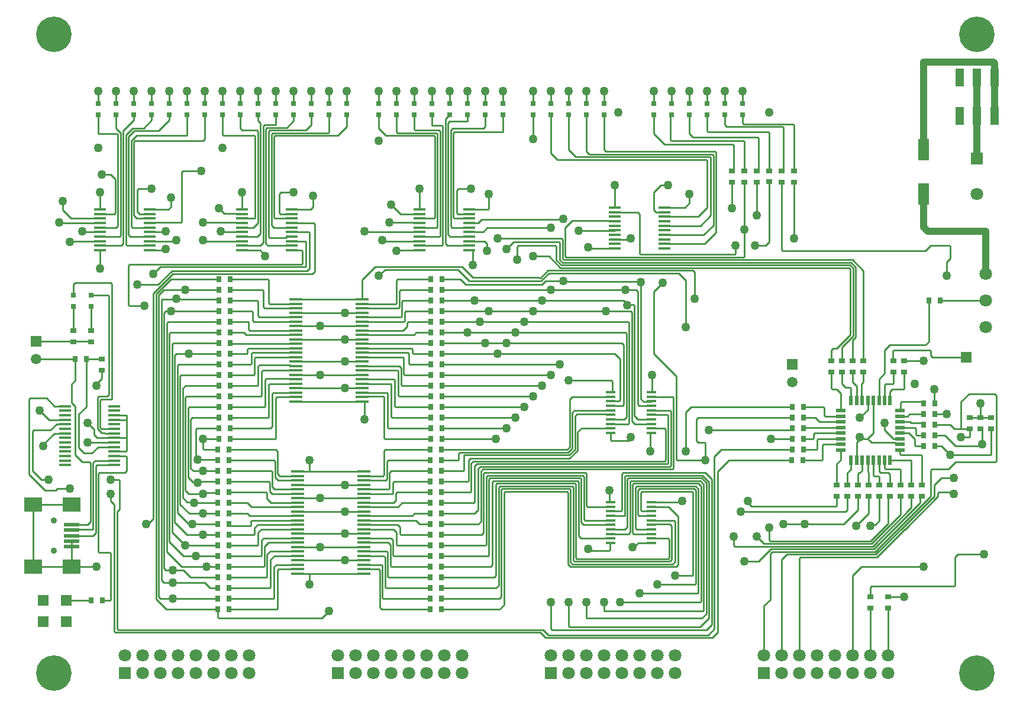
<source format=gtl>
G04*
G04 #@! TF.GenerationSoftware,Altium Limited,Altium Designer,22.3.1 (43)*
G04*
G04 Layer_Physical_Order=1*
G04 Layer_Color=255*
%FSLAX25Y25*%
%MOIN*%
G70*
G04*
G04 #@! TF.SameCoordinates,F15A7EA6-3F3C-4714-8FA7-CF7AF9E4284A*
G04*
G04*
G04 #@! TF.FilePolarity,Positive*
G04*
G01*
G75*
%ADD14C,0.01000*%
%ADD17R,0.03150X0.03150*%
%ADD18R,0.03740X0.03150*%
%ADD19R,0.03150X0.03740*%
%ADD20R,0.07480X0.01713*%
%ADD21R,0.05807X0.01772*%
%ADD22R,0.06000X0.12000*%
%ADD23R,0.02362X0.05807*%
%ADD24R,0.05807X0.02362*%
%ADD25R,0.09055X0.01968*%
%ADD26R,0.09843X0.07874*%
%ADD27R,0.07087X0.01772*%
%ADD28R,0.06693X0.01772*%
%ADD29R,0.04724X0.09843*%
%ADD51C,0.04000*%
%ADD52C,0.07087*%
%ADD53R,0.07087X0.07087*%
%ADD54R,0.07087X0.07087*%
%ADD55C,0.05906*%
%ADD56R,0.05906X0.05906*%
%ADD57C,0.03543*%
%ADD58C,0.20000*%
%ADD59C,0.05000*%
D14*
X62597Y227000D02*
X71000D01*
X62011Y227586D02*
X62597Y227000D01*
X62011Y249914D02*
X62597Y250500D01*
X159414D01*
X62011Y227586D02*
Y249914D01*
X499000Y196150D02*
X510000D01*
X470000Y30000D02*
Y75000D01*
X475000Y80000D01*
X510000D01*
X431000Y104000D02*
X465000D01*
X473000Y112000D01*
Y119850D01*
X424000Y152000D02*
X435850D01*
X448000Y152586D02*
Y154839D01*
X448586Y155425D02*
X463315D01*
X448000Y154839D02*
X448586Y155425D01*
X402000Y282000D02*
Y296850D01*
X409000Y255086D02*
Y270000D01*
Y296850D01*
X408414Y254500D02*
X409000Y255086D01*
X437000Y265000D02*
Y296850D01*
X416000Y278000D02*
Y296850D01*
X516150Y166000D02*
X523000D01*
X526235Y121765D02*
X527000Y121000D01*
X524649Y121765D02*
X526235D01*
X524414Y122000D02*
X524649Y121765D01*
X518000Y121414D02*
X518586Y122000D01*
X524414D01*
X518000Y119749D02*
Y121414D01*
X516000Y172150D02*
Y180000D01*
Y172150D02*
X516150Y172000D01*
X490000Y63150D02*
X490150Y63000D01*
X499000D01*
X479000Y110000D02*
Y119850D01*
X472000Y103000D02*
X479000Y110000D01*
X440000Y30000D02*
Y84914D01*
X499495Y101243D02*
X518000Y119749D01*
X483621Y85500D02*
X499365Y101243D01*
X499495D01*
X513996Y119987D02*
Y134410D01*
X498874Y102743D02*
X516000Y119870D01*
Y126000D02*
X520000Y130000D01*
X516000Y119870D02*
Y126000D01*
X498252Y104244D02*
X513996Y119987D01*
Y134410D02*
X514586Y135000D01*
X433000Y87000D02*
X483000D01*
X440586Y85500D02*
X483621D01*
X440000Y84914D02*
X440586Y85500D01*
X520000Y130000D02*
X527000D01*
X498743Y102743D02*
X498874D01*
X483000Y87000D02*
X498743Y102743D01*
X498122Y104244D02*
X498252D01*
X482379Y88500D02*
X498122Y104244D01*
X424647Y88500D02*
X482379D01*
X430000Y84000D02*
X433000Y87000D01*
X430000Y30000D02*
Y84000D01*
X485000Y106000D02*
Y119850D01*
X482765Y103765D02*
X485000Y106000D01*
X480000Y103000D02*
X480765Y103765D01*
X482765D01*
X415000Y261000D02*
X421000D01*
X423000Y263000D02*
Y297000D01*
X421000Y261000D02*
X423000Y263000D01*
X393000Y268387D02*
Y313414D01*
X382812Y277398D02*
X388000Y282586D01*
X389414Y311000D02*
X390000Y310414D01*
X363976Y277398D02*
X382812D01*
X388000Y282586D02*
Y308914D01*
X321500Y312500D02*
X390914D01*
X386657Y262043D02*
X393000Y268387D01*
X391500Y272626D02*
Y311914D01*
X384279Y272280D02*
X390000Y278000D01*
Y310414D01*
X363976Y272280D02*
X384279D01*
X314000Y311000D02*
X389414D01*
X363976Y267161D02*
X386035D01*
X331000Y314000D02*
X392414D01*
X363976Y262043D02*
X386657D01*
X386035Y267161D02*
X391500Y272626D01*
X390914Y312500D02*
X391500Y311914D01*
X392414Y314000D02*
X393000Y313414D01*
X350586Y256000D02*
X403414D01*
X404000Y256586D01*
Y261000D01*
X350000Y256586D02*
X350586Y256000D01*
X350000Y256586D02*
Y278913D01*
X348957Y279957D02*
X350000Y278913D01*
X336024Y279957D02*
X348957D01*
X335862Y275000D02*
X336024Y274839D01*
X312000Y275000D02*
X335862D01*
X308000Y271000D02*
X312000Y275000D01*
X308000Y255086D02*
Y271000D01*
X308586Y254500D02*
X408414D01*
X308000Y255086D02*
X308586Y254500D01*
X305914Y265000D02*
X306500Y264414D01*
X270000Y265000D02*
X305914D01*
X306500Y253586D02*
Y264414D01*
X279000Y263000D02*
X304414D01*
X305000Y262414D01*
Y252964D02*
Y262414D01*
X437000Y303150D02*
Y328914D01*
X436414Y329500D02*
X437000Y328914D01*
X408586Y329500D02*
X436414D01*
X408000Y330086D02*
X408586Y329500D01*
X408000Y330086D02*
Y334850D01*
X430414Y328000D02*
X431000Y327414D01*
X399000Y328000D02*
X430414D01*
X431000Y304150D02*
Y327414D01*
X430000Y303150D02*
X431000Y304150D01*
X408000Y341150D02*
Y348000D01*
X40150Y207000D02*
X41000Y207850D01*
X10000Y207000D02*
X40150D01*
X315610Y269610D02*
X335913D01*
X336024Y269721D01*
X315500Y269500D02*
X315610Y269610D01*
X255614Y258484D02*
X256000Y258098D01*
Y250000D02*
Y258098D01*
X253976Y258484D02*
X255614D01*
X264000Y258000D02*
Y262205D01*
X262602Y263602D02*
X264000Y262205D01*
X253976Y263602D02*
X262602D01*
X264000Y271000D02*
X300000D01*
X253976Y268721D02*
X261720D01*
X264000Y271000D01*
X306821Y275820D02*
X307000Y276000D01*
X261002Y275820D02*
X306821D01*
X259020Y273839D02*
X261002Y275820D01*
X201000Y249000D02*
X250000D01*
X293215Y242914D02*
X294043D01*
X298129Y247000D02*
X380000D01*
X293129Y243000D02*
X293215Y242914D01*
X294043D02*
X298129Y247000D01*
X294250Y241000D02*
X298750Y245500D01*
X372000D01*
X376000Y241500D01*
X256000Y243000D02*
X293129D01*
X250000Y249000D02*
X256000Y243000D01*
X247500Y247500D02*
X254000Y241000D01*
X206500Y247500D02*
X247500D01*
X254000Y241000D02*
X294250D01*
X238650Y236000D02*
X348000D01*
X297000Y241000D02*
X307000D01*
X252000Y239000D02*
X295000D01*
X297000Y241000D01*
X307000Y240707D02*
X350207D01*
X253976Y273839D02*
X259020D01*
X260000Y218000D02*
X285000D01*
X238650D02*
X260000D01*
X205398Y263602D02*
X226024D01*
X205000Y264000D02*
X205398Y263602D01*
X257000Y230000D02*
X295000D01*
X238650D02*
X257000D01*
X265000Y224000D02*
X290000D01*
X238650D02*
X265000D01*
X215043Y278957D02*
X226024D01*
X210000Y284000D02*
X215043Y278957D01*
X263000Y206000D02*
X275000D01*
X238650D02*
X263000D01*
X225862Y274000D02*
X226024Y273839D01*
X209000Y274000D02*
X225862D01*
X253000Y212000D02*
X280000D01*
X238650D02*
X253000D01*
X195000Y269000D02*
X195140Y268860D01*
X225884D02*
X226024Y268721D01*
X195140Y268860D02*
X225884D01*
X195000Y172896D02*
X195356Y173252D01*
X195000Y163000D02*
Y172896D01*
X156299Y173252D02*
X196585D01*
X206586Y152000D02*
X232350D01*
X205414Y176000D02*
X206000Y175414D01*
Y152586D02*
X206586Y152000D01*
X206000Y152586D02*
Y175414D01*
X207414Y178252D02*
X208000Y177666D01*
X210586Y164000D02*
X232350D01*
X210000Y164586D02*
Y182666D01*
X208000Y158586D02*
Y177666D01*
X210000Y164586D02*
X210586Y164000D01*
X208586Y158000D02*
X232350D01*
X208000Y158586D02*
X208586Y158000D01*
X209414Y183252D02*
X210000Y182666D01*
X156299Y215748D02*
X170000D01*
X193701D01*
X194701Y133748D02*
X195000Y134047D01*
X481136Y91500D02*
X503000Y113364D01*
X479893Y94500D02*
X490000Y104607D01*
X424000Y90000D02*
X481757D01*
X480515Y93000D02*
X497000Y109485D01*
X403586Y91500D02*
X481136D01*
X481757Y90000D02*
X508000Y116243D01*
Y118850D02*
X509000Y119850D01*
X508000Y116243D02*
Y118850D01*
X420000Y93000D02*
X480515D01*
X423586Y94500D02*
X479893D01*
X490000Y104607D02*
Y118850D01*
X503000Y113364D02*
Y119850D01*
X497000Y109485D02*
Y119850D01*
X423500Y61500D02*
Y87353D01*
X424647Y88500D01*
X420000Y58000D02*
X423500Y61500D01*
X420000Y30000D02*
Y58000D01*
X550870Y139586D02*
Y176544D01*
X528000Y139000D02*
X550284D01*
X550870Y139586D01*
X524000Y135000D02*
X528000Y139000D01*
X423000Y95086D02*
X423586Y94500D01*
X403000Y92086D02*
X403586Y91500D01*
X416000Y97000D02*
X420000Y93000D01*
X403000Y92086D02*
Y97000D01*
X417000Y83000D02*
X424000Y90000D01*
X423000Y95086D02*
Y102000D01*
X514586Y135000D02*
X524000D01*
X527586Y85414D02*
X529172Y87000D01*
X544000D01*
X531000Y157850D02*
X536000D01*
X527150D02*
X531000D01*
X549914Y177500D02*
X550870Y176544D01*
X535500Y177500D02*
X549914D01*
X531000Y173000D02*
X535500Y177500D01*
X531000Y157850D02*
Y173000D01*
X535414Y153000D02*
X536000Y153586D01*
X531000Y153000D02*
X535414D01*
X536000Y153586D02*
Y157850D01*
X548000Y143586D02*
Y157850D01*
X547414Y143000D02*
X548000Y143586D01*
X525000Y143000D02*
X547414D01*
X516150Y148000D02*
X520000D01*
X525000Y143000D01*
X528000Y148000D02*
X540414D01*
X542235Y148235D02*
X543000Y149000D01*
X540414Y148000D02*
X540649Y148235D01*
X542235D01*
X522000Y154000D02*
X528000Y148000D01*
X542000Y157850D02*
X543000Y156850D01*
X542000Y150000D02*
X543000Y149000D01*
Y150848D02*
Y156850D01*
X542152Y150000D02*
X543000Y150848D01*
X96000Y121000D02*
X105082D01*
X94000Y123000D02*
X96000Y121000D01*
X80000Y249000D02*
X161414D01*
X76000Y245000D02*
X80000Y249000D01*
X78586Y239000D02*
X86379Y246793D01*
X162707D01*
X67000Y239000D02*
X78586D01*
X162707Y246793D02*
X164000Y248086D01*
X87000Y245293D02*
X165707D01*
X81950Y236000D02*
X112850D01*
X79000Y63000D02*
Y233050D01*
X77500Y233672D02*
X85828Y242000D01*
X77500Y61777D02*
Y233672D01*
X79000Y233050D02*
X81950Y236000D01*
X85828Y242000D02*
X112850D01*
X76000Y234293D02*
X87000Y245293D01*
X76000Y107000D02*
Y234293D01*
X165707Y245293D02*
X167000Y246586D01*
Y273000D01*
X164000Y248086D02*
Y268135D01*
X80000Y62000D02*
X87000D01*
X112350D01*
X99000Y116000D02*
X99082Y115918D01*
X98414Y116586D02*
X99000Y116000D01*
X73000Y104000D02*
X76000Y107000D01*
X72000Y104000D02*
X73000D01*
X159414Y250500D02*
X160000Y251086D01*
X162000Y249586D02*
Y263017D01*
X161414Y249000D02*
X162000Y249586D01*
X160000Y251086D02*
Y257898D01*
X139000Y255000D02*
Y255605D01*
X126024Y258484D02*
X136120D01*
X139000Y255605D01*
X159414Y258484D02*
X160000Y257898D01*
X153976Y258484D02*
X159414D01*
X153976Y263602D02*
X161414D01*
X162000Y263017D01*
X60414Y142484D02*
X61000Y141899D01*
Y134000D02*
Y141899D01*
X53780Y142484D02*
X60414D01*
X45586Y133000D02*
X60000D01*
X61000Y134000D01*
X39000Y160918D02*
Y161000D01*
X53780Y165516D02*
X61000D01*
Y163000D02*
Y165516D01*
X163414Y268721D02*
X164000Y268135D01*
X153976Y268721D02*
X163414D01*
X166161Y273839D02*
X167000Y273000D01*
X153976Y273839D02*
X166161D01*
X114140Y268860D02*
X125884D01*
X114000Y269000D02*
X114140Y268860D01*
X113000Y282000D02*
X116000Y279000D01*
X125862Y274000D02*
X126024Y273839D01*
X104000Y274000D02*
X125862D01*
X101000Y127000D02*
X101500Y127500D01*
X100235Y127765D02*
X101000Y127000D01*
X104000Y134000D02*
X112350D01*
X98586D02*
X104000D01*
X125884Y268860D02*
X126024Y268721D01*
X104000Y264000D02*
X104398Y263602D01*
X126024D01*
X119150Y242000D02*
X140414D01*
X141000Y228838D02*
Y241414D01*
X119150Y236000D02*
X137414D01*
X138000Y226334D02*
Y235414D01*
X137414Y236000D02*
X138000Y235414D01*
X140414Y242000D02*
X141000Y241414D01*
X116000Y279000D02*
X125980D01*
X126024Y278957D01*
X92586Y303000D02*
X103000D01*
X92000Y274586D02*
Y302414D01*
X92586Y303000D01*
X74138Y274000D02*
X91414D01*
X92000Y274586D01*
X73976Y273839D02*
X74138Y274000D01*
X45943Y273919D02*
X46024Y273839D01*
X23081Y273919D02*
X45943D01*
X23000Y274000D02*
X23081Y273919D01*
X25000Y281000D02*
Y286000D01*
Y281000D02*
X29602Y276398D01*
X46024D01*
X45884Y268860D02*
X46024Y268721D01*
X36140Y268860D02*
X45884D01*
X36000Y269000D02*
X36140Y268860D01*
X29000Y263000D02*
X29602Y263602D01*
X46024D01*
X82721Y268721D02*
X83000Y269000D01*
X73976Y268721D02*
X82721D01*
X88602Y263602D02*
X89000Y264000D01*
X73976Y263602D02*
X88602D01*
X80793Y230707D02*
X112143D01*
X86000Y224000D02*
X112850D01*
X83000D02*
X86000D01*
X82484Y258484D02*
X83000Y259000D01*
X73976Y258484D02*
X82484D01*
X290000Y321000D02*
Y334850D01*
X51914Y301000D02*
X54500Y298414D01*
X47000Y301000D02*
X51914D01*
X96000Y200000D02*
X112850D01*
X89000D02*
X96000D01*
X523000Y244000D02*
Y251748D01*
X525000Y253748D01*
Y260414D01*
X514000Y261000D02*
X524414D01*
X525000Y260414D01*
X511000Y258000D02*
X514000Y261000D01*
X430586Y258000D02*
X511000D01*
X430000Y258586D02*
X430586Y258000D01*
X430000Y258586D02*
Y296850D01*
X381000Y231000D02*
Y246000D01*
X380000Y247000D02*
X381000Y246000D01*
X343018Y227500D02*
Y228018D01*
X341036Y230000D02*
X343018Y228018D01*
X290000Y224000D02*
X331000D01*
X344914D02*
X345500Y223414D01*
X331000Y224000D02*
X344914D01*
X345500Y162000D02*
Y223414D01*
X376000Y215000D02*
Y241500D01*
X411000Y116000D02*
Y117000D01*
X460414Y114000D02*
X461000Y114586D01*
X413000Y114000D02*
X460414D01*
X411000Y116000D02*
X413000Y114000D01*
X461000Y114586D02*
Y119850D01*
X466000Y111000D02*
X467000Y112000D01*
X407000Y111000D02*
X466000D01*
X467000Y112000D02*
Y119850D01*
X343278Y227757D02*
X346414D01*
X347000Y227172D01*
Y165000D02*
Y227172D01*
X350207Y240707D02*
X350500Y240414D01*
X306465Y251500D02*
X469157D01*
X305843Y250000D02*
X468536D01*
X307086Y253000D02*
X469778D01*
X306500Y253586D02*
X307086Y253000D01*
X305000Y252964D02*
X306465Y251500D01*
X305222Y248500D02*
X467914D01*
X298722Y255000D02*
X305222Y248500D01*
X303000Y252843D02*
Y260414D01*
Y252843D02*
X305843Y250000D01*
X468536D02*
X470207Y248328D01*
X469778Y253000D02*
X476000Y246778D01*
X469157Y251500D02*
X471707Y248950D01*
X467914Y248500D02*
X468707Y247707D01*
X193701Y241701D02*
X201000Y249000D01*
X290000Y255000D02*
X298722D01*
X203000Y244000D02*
X206500Y247500D01*
X249000Y242000D02*
X252000Y239000D01*
X238650Y242000D02*
X249000D01*
X302414Y261000D02*
X303000Y260414D01*
X281586Y261000D02*
X302414D01*
X281000Y260414D02*
X281586Y261000D01*
X281000Y253000D02*
Y260414D01*
X275000Y259000D02*
X279000Y263000D01*
X470000Y207757D02*
X471707Y209465D01*
X470000Y196150D02*
Y207757D01*
X470207Y210086D02*
Y248328D01*
X464000Y196150D02*
Y203879D01*
X470207Y210086D01*
X471707Y209465D02*
Y248950D01*
X193701Y230748D02*
Y241701D01*
X333433Y178516D02*
X334035D01*
X334421Y178902D01*
Y184414D01*
X333835Y185000D02*
X334421Y184414D01*
X310000Y185000D02*
X333835D01*
X387000Y140000D02*
Y149414D01*
X386414Y150000D02*
X387000Y149414D01*
X371086Y140000D02*
X387000D01*
X383000Y150000D02*
X386414D01*
X382000Y151000D02*
X383000Y150000D01*
X382000Y151000D02*
Y163000D01*
X370500Y140586D02*
X371086Y140000D01*
X370500Y140586D02*
Y187500D01*
X434850Y157000D02*
X435850Y158000D01*
X389000Y157000D02*
X434850D01*
X383000Y164000D02*
X435850D01*
X382000Y163000D02*
X383000Y164000D01*
X379000Y170000D02*
X435850D01*
X376000Y167000D02*
X379000Y170000D01*
X376000Y145000D02*
Y167000D01*
X333386Y116516D02*
X333433D01*
X333000Y116902D02*
X333386Y116516D01*
X333000Y116902D02*
Y123000D01*
X346000Y91000D02*
X346688D01*
X349173Y93484D02*
X356567D01*
X346688Y91000D02*
X349173Y93484D01*
X356386Y155484D02*
X356567D01*
X356000Y155098D02*
X356386Y155484D01*
X356000Y145000D02*
Y155098D01*
X345000Y152000D02*
Y153000D01*
X334019Y151000D02*
X344000D01*
X333433Y151586D02*
Y155484D01*
Y151586D02*
X334019Y151000D01*
X344000D02*
X345000Y152000D01*
X356567Y178516D02*
X356614D01*
X357000Y178902D01*
Y188000D01*
X358000Y200000D02*
Y235000D01*
Y200000D02*
X370500Y187500D01*
X358000Y235000D02*
X363000Y240000D01*
X369000Y135586D02*
Y175371D01*
X356567Y175957D02*
X368414D01*
X369000Y175371D01*
X344602Y264602D02*
X345000Y265000D01*
X336024Y264602D02*
X344602D01*
X392000Y142000D02*
X396000Y146000D01*
X435850D01*
X364500Y140086D02*
Y157414D01*
X366914Y136500D02*
X367500Y137086D01*
Y167694D01*
X366914Y168280D02*
X367500Y167694D01*
X365414Y138000D02*
X366000Y138586D01*
Y165135D01*
X368414Y135000D02*
X369000Y135586D01*
X365414Y165720D02*
X366000Y165135D01*
X363914Y139500D02*
X364500Y140086D01*
X363914Y158000D02*
X364500Y157414D01*
X356567Y168280D02*
X366914D01*
X392000Y45121D02*
Y142000D01*
X256121Y139500D02*
X363914D01*
X261586Y135000D02*
X368414D01*
X356567Y165720D02*
X365414D01*
X260086Y136500D02*
X366914D01*
X258086Y138000D02*
X365414D01*
X356610Y158000D02*
X363914D01*
X468707Y210707D02*
Y247707D01*
X330000Y315000D02*
X331000Y314000D01*
X330000Y315000D02*
Y334850D01*
X300000Y313000D02*
X303500Y309500D01*
X300000Y313000D02*
Y334850D01*
X303500Y309500D02*
X387414D01*
X320000Y314000D02*
X321500Y312500D01*
X320000Y314000D02*
Y334850D01*
X387414Y309500D02*
X388000Y308914D01*
X310000Y315000D02*
X314000Y311000D01*
X310000Y315000D02*
Y334850D01*
X358000Y324000D02*
X364000Y318000D01*
X402414D01*
X403000Y317414D01*
X358000Y291000D02*
X362000Y295000D01*
X366000D01*
X358000Y281000D02*
Y291000D01*
Y281000D02*
X359043Y279957D01*
X363976D01*
X375516Y282516D02*
X378000Y285000D01*
Y290000D01*
X363976Y282516D02*
X375516D01*
X321586Y259414D02*
X322414D01*
X321000Y260000D02*
X321586Y259414D01*
X322414D02*
X322484Y259484D01*
X336024D01*
Y282516D02*
Y294976D01*
X336000Y295000D02*
X336024Y294976D01*
X166000Y282828D02*
Y289000D01*
X265000Y282101D02*
Y290000D01*
X264414Y281516D02*
X265000Y282101D01*
X253976Y281516D02*
X264414D01*
X248000Y293000D02*
X255000D01*
X247000Y292000D02*
X248000Y293000D01*
X247000Y279542D02*
X247586Y278957D01*
X247000Y279542D02*
Y292000D01*
X247586Y278957D02*
X253976D01*
X213000Y258000D02*
X213484Y258484D01*
X226024D01*
Y281516D02*
Y292976D01*
X226000Y293000D02*
X226024Y292976D01*
X164687Y281516D02*
X166000Y282828D01*
X153976Y281516D02*
X164687D01*
X147000Y290000D02*
X148000Y291000D01*
X155000D01*
X147000Y279542D02*
Y290000D01*
X147586Y278957D02*
X153976D01*
X147000Y279542D02*
X147586Y278957D01*
X126000Y281539D02*
Y291000D01*
Y281539D02*
X126024Y281516D01*
X46024Y248024D02*
Y258484D01*
X46000Y248000D02*
X46024Y248024D01*
X86000Y283000D02*
Y288000D01*
X73976Y281516D02*
X84516D01*
X86000Y283000D01*
X67000Y280000D02*
X68043Y278957D01*
X73976D01*
X67000Y280000D02*
Y292414D01*
X67586Y293000D02*
X75000D01*
X67000Y292414D02*
X67586Y293000D01*
X59000Y325776D02*
X65000Y331776D01*
Y319414D02*
X65586Y320000D01*
X55000Y327121D02*
X57500Y324621D01*
X55000Y271000D02*
X56000Y272000D01*
X58000Y261000D02*
X59000Y262000D01*
X63500Y320036D02*
X66465Y323000D01*
X57500Y266747D02*
Y324621D01*
X46024Y278957D02*
X53914D01*
X56914Y266161D02*
X57500Y266747D01*
X65000Y278000D02*
X66602Y276398D01*
X45000Y324000D02*
X55414D01*
X62000Y267000D02*
Y322414D01*
X53914Y278957D02*
X54500Y279542D01*
X59000Y262000D02*
Y325776D01*
X46067Y261000D02*
X58000D01*
X62000Y267000D02*
X62839Y266161D01*
X46024D02*
X56914D01*
X60500Y261629D02*
Y323621D01*
X55414Y324000D02*
X56000Y323414D01*
Y272000D02*
Y323414D01*
X65000Y278000D02*
Y319414D01*
X54500Y279542D02*
Y298414D01*
X63500Y271865D02*
Y320036D01*
Y271865D02*
X64086Y271280D01*
X60500Y323621D02*
X64077Y327199D01*
X46303Y271000D02*
X55000D01*
X62000Y322414D02*
X65284Y325698D01*
X60500Y261629D02*
X61086Y261043D01*
X46000Y291000D02*
X46024Y290976D01*
Y281516D02*
Y290976D01*
X45000Y324000D02*
Y334850D01*
X398000Y329000D02*
Y334850D01*
Y329000D02*
X399000Y328000D01*
X388000Y325586D02*
Y334850D01*
X388586Y325000D02*
X422414D01*
X388000Y325586D02*
X388586Y325000D01*
X423000Y303299D02*
Y324414D01*
X422414Y325000D02*
X423000Y324414D01*
X378000Y324000D02*
Y334850D01*
Y324000D02*
X380000Y322000D01*
X416414D01*
X417000Y321414D01*
Y304150D02*
Y321414D01*
X367142Y320586D02*
Y333992D01*
Y320586D02*
X367727Y320000D01*
X409000Y303150D02*
Y319414D01*
X408414Y320000D02*
X409000Y319414D01*
X367727Y320000D02*
X408414D01*
X367142Y333992D02*
X368000Y334850D01*
X402000Y303150D02*
X403000Y304150D01*
Y317414D01*
X358000Y324000D02*
Y334850D01*
X416000Y303150D02*
X417000Y304150D01*
X203000Y327000D02*
Y334850D01*
X207000Y323000D02*
X233914D01*
X203000Y327000D02*
X207000Y323000D01*
X234500Y276983D02*
Y322414D01*
X233914Y323000D02*
X234500Y322414D01*
X213500Y324500D02*
X235414D01*
X213000Y325000D02*
X213500Y324500D01*
X213000Y325000D02*
Y334850D01*
X235414Y324500D02*
X236000Y323914D01*
X236914Y326000D02*
X237500Y325414D01*
X223000Y326586D02*
Y334850D01*
X223586Y326000D02*
X236914D01*
X223000Y326586D02*
X223586Y326000D01*
X237500Y266586D02*
Y325414D01*
X233000Y328888D02*
X238414D01*
X239000Y328302D01*
X233000Y328888D02*
Y334850D01*
X239000Y261629D02*
Y328302D01*
X273000Y325000D02*
Y334850D01*
X245011Y324414D02*
X245597Y325000D01*
X273000D01*
X245011Y306011D02*
Y324414D01*
X245000Y306000D02*
X245011Y306011D01*
X244511Y327000D02*
X262000D01*
X243511Y306632D02*
Y326000D01*
X244511Y327000D01*
X262000D02*
X263000Y328000D01*
Y334850D01*
X253000Y331000D02*
Y334850D01*
X243000Y331000D02*
X253000D01*
X242011Y330011D02*
X243000Y331000D01*
X242011Y307254D02*
Y330011D01*
X238414Y261043D02*
X239000Y261629D01*
X226024Y261043D02*
X238414D01*
X226185Y266000D02*
X236914D01*
X237500Y266586D01*
X243500Y306621D02*
X243511Y306632D01*
X242000Y267086D02*
Y307243D01*
X240500Y262129D02*
X241586Y261043D01*
X240500Y307864D02*
X240511Y307875D01*
X240500Y262129D02*
Y307864D01*
X242000Y307243D02*
X242011Y307254D01*
X240511Y307875D02*
Y332361D01*
X245586Y276398D02*
X253976D01*
X226024Y266161D02*
X226185Y266000D01*
X243500Y271865D02*
X244086Y271280D01*
X242000Y267086D02*
X243086Y266000D01*
X244086Y271280D02*
X253976D01*
X243500Y271865D02*
Y306621D01*
X245000Y276983D02*
Y306000D01*
Y276983D02*
X245586Y276398D01*
X241586Y261043D02*
X253976D01*
X226024Y276398D02*
X233914D01*
X234500Y276983D01*
X236000Y271586D02*
Y323914D01*
X235414Y271000D02*
X236000Y271586D01*
X240511Y332361D02*
X243000Y334850D01*
X243086Y266000D02*
X253815D01*
X226303Y271000D02*
X235414D01*
X226024Y271280D02*
X226303Y271000D01*
X253815Y266000D02*
X253976Y266161D01*
X141000Y266074D02*
Y325414D01*
Y266074D02*
X141586Y265488D01*
X150646D01*
X180000Y323000D02*
X185000Y328000D01*
Y334850D01*
X144000Y276983D02*
Y322414D01*
X144586Y323000D01*
X180000D01*
X143086Y324500D02*
X174414D01*
X142500Y323914D02*
X143086Y324500D01*
X142500Y272500D02*
Y323914D01*
X141586Y326000D02*
X162000D01*
X141000Y325414D02*
X141586Y326000D01*
X162000D02*
X165000Y329000D01*
Y334850D01*
X174414Y324500D02*
X175000Y325086D01*
Y334850D01*
X151051Y327500D02*
X155000Y331449D01*
X139933Y327500D02*
X151051D01*
X139347Y262239D02*
Y326914D01*
X139933Y327500D01*
X138433Y329000D02*
X145000D01*
X137847Y328414D02*
X138433Y329000D01*
X137847Y262847D02*
Y328414D01*
X155000Y331449D02*
Y334850D01*
X145000Y329000D02*
Y334850D01*
X126000Y326000D02*
X134261D01*
X134847Y273847D02*
Y325414D01*
X134261Y326000D02*
X134847Y325414D01*
X125000Y327000D02*
X126000Y326000D01*
X125000Y327000D02*
Y334850D01*
X132761Y323000D02*
X133347Y322414D01*
X115586Y323000D02*
X132761D01*
X133347Y276983D02*
Y322414D01*
X115000Y323586D02*
X115586Y323000D01*
X115000Y323586D02*
Y334850D01*
X124000Y336000D02*
X125075Y334925D01*
X136347Y267933D02*
Y330274D01*
X135000Y331621D02*
Y334850D01*
Y331621D02*
X136347Y330274D01*
X66602Y276398D02*
X73976D01*
X64086Y271280D02*
X73976D01*
X62839Y266161D02*
X73976D01*
X61086Y261043D02*
X73976D01*
X136043D02*
X137847Y262847D01*
X126024Y261043D02*
X136043D01*
X151319Y266161D02*
X153976D01*
X139347Y262239D02*
X140586Y261000D01*
X126024Y276398D02*
X132761D01*
X134414Y266000D02*
X136347Y267933D01*
X150646Y265488D02*
X151319Y266161D01*
X132280Y271280D02*
X134847Y273847D01*
X132761Y276398D02*
X133347Y276983D01*
X143720Y271280D02*
X153976D01*
X142500Y272500D02*
X143720Y271280D01*
X144586Y276398D02*
X153976D01*
X144000Y276983D02*
X144586Y276398D01*
X140586Y261000D02*
X153933D01*
X153976Y261043D01*
X126185Y266000D02*
X134414D01*
X126024Y266161D02*
X126185Y266000D01*
X126024Y271280D02*
X132280D01*
X124000Y335850D02*
X125000Y334850D01*
X124000Y335850D02*
Y336000D01*
X66465Y323000D02*
X95000D01*
Y334850D01*
X65586Y320000D02*
X104000D01*
X55000Y327121D02*
Y334850D01*
X105000Y321000D02*
Y334850D01*
X104000Y320000D02*
X105000Y321000D01*
X85000Y331776D02*
Y334850D01*
X78923Y325698D02*
X85000Y331776D01*
X65284Y325698D02*
X78923D01*
X64077Y327199D02*
X70423D01*
X75000Y331776D02*
Y334850D01*
X70423Y327199D02*
X75000Y331776D01*
X65000D02*
Y334850D01*
X46024Y261043D02*
X46067Y261000D01*
X46024Y271280D02*
X46303Y271000D01*
X391000Y40000D02*
X394000Y43000D01*
Y133914D02*
X400086Y140000D01*
X394000Y43000D02*
Y133914D01*
X349964Y124000D02*
X380536D01*
X384000Y46000D02*
X389000Y51000D01*
X387414Y44500D02*
X390500Y47586D01*
X380914Y70000D02*
X381500Y70586D01*
X380000Y75586D02*
Y121914D01*
X369038Y75000D02*
X379414D01*
X351086Y122500D02*
X379414D01*
X381500Y70586D02*
Y123036D01*
X386000Y55586D02*
Y126611D01*
X330000Y55000D02*
X385414D01*
X387500Y53500D02*
Y127232D01*
X385353Y131500D02*
X389000Y127854D01*
X382914Y127000D02*
X384500Y125414D01*
X384111Y128500D02*
X386000Y126611D01*
X389000Y51000D02*
Y127854D01*
X339000Y60000D02*
X383914D01*
X360000Y70000D02*
X380914D01*
X383914Y60000D02*
X384500Y60586D01*
X383000Y65586D02*
Y123914D01*
X384500Y60586D02*
Y125414D01*
X388379Y41500D02*
X392000Y45121D01*
X390500Y47586D02*
Y129500D01*
X380536Y124000D02*
X381500Y123036D01*
X379414Y75000D02*
X380000Y75586D01*
X384732Y130000D02*
X387500Y127232D01*
X350000Y65000D02*
X382414D01*
X383000Y65586D01*
X379414Y122500D02*
X380000Y121914D01*
X381414Y125500D02*
X383000Y123914D01*
X385000Y51000D02*
X387500Y53500D01*
X387000Y133000D02*
X390500Y129500D01*
X385414Y55000D02*
X386000Y55586D01*
X409000Y83000D02*
X417000D01*
X295000Y230000D02*
X341036D01*
X400086Y140000D02*
X435701D01*
X458000Y202000D02*
X459000Y203000D01*
X458000Y196150D02*
Y202000D01*
X459000Y203000D02*
X461000D01*
X468707Y210707D01*
X285000Y218000D02*
X343414D01*
X476000Y196150D02*
Y246778D01*
X350500Y174586D02*
Y240414D01*
X366043Y113957D02*
X371500Y108500D01*
X356567Y113957D02*
X366043D01*
X371500Y81086D02*
Y108500D01*
X348086Y125500D02*
X381414D01*
X346586Y127000D02*
X382914D01*
X346000Y126414D02*
X346586Y127000D01*
X344414Y127914D02*
X345000Y128500D01*
X342914Y129414D02*
X343500Y130000D01*
X350500Y111983D02*
Y121914D01*
X345000Y128500D02*
X384111D01*
X343500Y130000D02*
X384732D01*
X341414Y130914D02*
X342000Y131500D01*
X385353D01*
X339914Y132328D02*
X340586Y133000D01*
X387000D01*
X349000Y123036D02*
X349964Y124000D01*
X350500Y121914D02*
X351086Y122500D01*
X347500Y124914D02*
X348086Y125500D01*
X490000Y118850D02*
X491000Y119850D01*
X310000Y46586D02*
Y60000D01*
X297000Y40000D02*
X391000D01*
X298500Y41500D02*
X388379D01*
X300621Y44500D02*
X387414D01*
X320000Y51000D02*
X385000D01*
X356567Y116516D02*
X373516D01*
X374000Y117000D01*
X56086Y44500D02*
X295500D01*
X298500Y41500D01*
X294000Y43000D02*
X297000Y40000D01*
X54586Y43000D02*
X294000D01*
X54000Y43586D02*
X54586Y43000D01*
X300000Y45121D02*
Y60000D01*
Y45121D02*
X300621Y44500D01*
X54000Y43586D02*
Y115000D01*
X112936Y51000D02*
X171000D01*
X175000Y55000D01*
X55500Y45086D02*
X56086Y44500D01*
X55500Y45086D02*
Y111000D01*
X57000Y112500D01*
Y128414D01*
X52000Y129000D02*
X56414D01*
X57000Y128414D01*
X52000Y117000D02*
X54000Y115000D01*
X52000Y117000D02*
Y121000D01*
X51414Y88000D02*
X52000Y87414D01*
X45586Y88000D02*
X51414D01*
X52000Y61586D02*
Y87414D01*
X51414Y61000D02*
X52000Y61586D01*
X47150Y61000D02*
X51414D01*
X21959Y124000D02*
X29000D01*
X15000Y123000D02*
X20959D01*
X21959Y124000D01*
X45000Y132414D02*
X45586Y133000D01*
X13000Y129000D02*
X17000D01*
X8000Y134000D02*
X13000Y129000D01*
X6000Y132000D02*
X15000Y123000D01*
X6000Y174414D02*
X6586Y175000D01*
X6000Y132000D02*
Y174414D01*
X6586Y175000D02*
X16000D01*
X20366Y170634D02*
X26221D01*
X16000Y175000D02*
X20366Y170634D01*
X14000Y148000D02*
Y149000D01*
X20279Y155280D01*
X26221D01*
X12000Y168000D02*
X17043Y162957D01*
X8000Y156414D02*
X8586Y157000D01*
X18000D01*
X8000Y134000D02*
Y156414D01*
X21398Y160398D02*
X26221D01*
X18000Y157000D02*
X21398Y160398D01*
X45000Y88586D02*
X45586Y88000D01*
X45000Y88586D02*
Y132414D01*
X43500Y99161D02*
Y136780D01*
X42000Y97661D02*
X43500Y99161D01*
X29842Y97661D02*
X42000D01*
X30031Y101000D02*
X42000D01*
Y138850D01*
X44086Y137366D02*
X53780D01*
X43500Y136780D02*
X44086Y137366D01*
X32000Y143000D02*
Y170501D01*
X36000Y139000D02*
X40000D01*
X32000Y143000D02*
X36000Y139000D01*
X40000D02*
X40500Y138500D01*
X42000Y138850D02*
X43075Y139925D01*
X29842Y100811D02*
X30031Y101000D01*
X43075Y139925D02*
X53780D01*
X39000Y103961D02*
X40500Y105461D01*
Y138500D01*
X29842Y103961D02*
X39000D01*
X30000Y172501D02*
X32000Y170501D01*
X30000Y172501D02*
Y183000D01*
X31850Y184850D01*
Y197000D01*
X27000Y61000D02*
X40850D01*
X29984Y80000D02*
X44000D01*
X29842Y80142D02*
X29984Y80000D01*
X29842Y91362D02*
Y94512D01*
Y80142D02*
Y91362D01*
X8189Y80142D02*
Y115181D01*
Y80142D02*
X29842D01*
X8189Y115181D02*
X29842D01*
X60414Y145043D02*
X61000Y145629D01*
X53780Y145043D02*
X60414D01*
X61000Y145629D02*
Y153306D01*
Y163000D01*
X53780Y162957D02*
X60957D01*
X53780Y152720D02*
X60414D01*
X44280D02*
X53780D01*
X60414D02*
X61000Y153306D01*
X60957Y162957D02*
X61000Y163000D01*
X17043Y162957D02*
X26221D01*
X39000Y161000D02*
X42500Y157500D01*
Y154500D02*
Y157500D01*
Y154500D02*
X44280Y152720D01*
X48933Y155280D02*
X53780D01*
X44500Y157803D02*
X46803Y155500D01*
X48713D02*
X48933Y155280D01*
X46803Y155500D02*
X48713D01*
X45086Y176000D02*
X50000D01*
X44500Y175414D02*
X45086Y176000D01*
X44500Y157803D02*
Y175414D01*
X34000Y166000D02*
X38150Y170150D01*
X34000Y147000D02*
Y166000D01*
X38150Y170150D02*
Y197000D01*
X34000Y147000D02*
X37000Y144000D01*
X41190D01*
X44793Y147602D01*
X53780D01*
X39161Y150161D02*
X53780D01*
X39000Y150000D02*
X39161Y150161D01*
X44000Y183082D02*
X47000Y186082D01*
X44000Y182000D02*
Y183082D01*
X47000Y186082D02*
Y190850D01*
X52500Y174500D02*
Y239414D01*
X46586Y174500D02*
X52500D01*
X46000Y158424D02*
Y173914D01*
X46586Y174500D01*
X50000Y176000D02*
X51000Y177000D01*
Y232564D01*
X46586Y157839D02*
X53780D01*
X46000Y158424D02*
X46586Y157839D01*
X38150Y197000D02*
X46850D01*
X47000Y197150D01*
X10000Y197000D02*
X31850D01*
X31000Y213150D02*
Y226850D01*
X41000Y213150D02*
Y226850D01*
X32000Y240000D02*
X51914D01*
X52500Y239414D01*
X31000Y239000D02*
X32000Y240000D01*
X31000Y233150D02*
Y239000D01*
X41000Y233150D02*
X50414D01*
X51000Y232564D01*
X31000Y226850D02*
X31850Y226000D01*
X527586Y69586D02*
Y85414D01*
X527000Y69000D02*
X527586Y69586D01*
X480000Y68414D02*
X480586Y69000D01*
X527000D01*
X480000Y63150D02*
Y68414D01*
Y30000D02*
Y56850D01*
X490000Y30000D02*
Y56850D01*
X478425Y168425D02*
Y173685D01*
X474000Y164000D02*
X478425Y168425D01*
X488000Y157000D02*
Y161000D01*
Y157000D02*
X492724Y152276D01*
X478293Y152293D02*
X479439Y151146D01*
Y151146D02*
X480586Y150000D01*
X474000Y151918D02*
Y153000D01*
X472126Y150044D02*
X474000Y151918D01*
X472126Y140315D02*
Y150044D01*
X474707Y152293D02*
X478293D01*
X479439Y151146D02*
Y151146D01*
X474000Y153000D02*
X474707Y152293D01*
X478293D02*
X481575Y155575D01*
X493696Y150000D02*
X493889Y149807D01*
X480586Y150000D02*
X493696D01*
X496004Y149807D02*
X496685Y149126D01*
X493889Y149807D02*
X496004D01*
X481575Y155575D02*
Y173685D01*
X492724Y152276D02*
X496685D01*
X542000Y164150D02*
Y172000D01*
Y164150D02*
X548000D01*
X536000D02*
X542000D01*
X525000Y160000D02*
X527150Y157850D01*
X516150Y160000D02*
X525000D01*
X516150Y154000D02*
X522000D01*
X497271Y143000D02*
X508414D01*
X509000Y126150D02*
Y142414D01*
X508414Y143000D02*
X509000Y142414D01*
X496685Y143586D02*
Y145976D01*
Y143586D02*
X497271Y143000D01*
X503000Y126150D02*
Y139729D01*
X491024Y140315D02*
X502414D01*
X503000Y139729D01*
X497000Y126150D02*
Y134414D01*
X496414Y135000D02*
X497000Y134414D01*
X488460Y135000D02*
X496414D01*
X487874Y135586D02*
X488460Y135000D01*
X487874Y135586D02*
Y140315D01*
X491000Y126150D02*
Y132000D01*
X485449Y133000D02*
X490000D01*
X491000Y132000D01*
X484724Y133724D02*
X485449Y133000D01*
X481575Y131586D02*
Y140315D01*
X485000Y126150D02*
Y130414D01*
X484414Y131000D02*
X485000Y130414D01*
X482161Y131000D02*
X484414D01*
X481575Y131586D02*
X482161Y131000D01*
X484724Y133724D02*
Y140315D01*
X478425Y133575D02*
Y140315D01*
Y133575D02*
X479000Y133000D01*
Y126150D02*
Y133000D01*
X473586D02*
X474000D01*
X473000Y126150D02*
Y132414D01*
X473586Y133000D01*
X474000D02*
X475276Y134276D01*
Y140315D01*
X467000Y126150D02*
Y133000D01*
X468976Y134976D01*
Y140315D01*
X461000Y126150D02*
Y138000D01*
X463315Y140315D01*
Y145976D01*
X442000Y140000D02*
X452414D01*
X453000Y140586D02*
Y148540D01*
X452414Y140000D02*
X453000Y140586D01*
Y148540D02*
X453586Y149126D01*
X450586Y152276D02*
X463315D01*
X442150Y146000D02*
X449414D01*
X450000Y146586D02*
Y151690D01*
X450586Y152276D01*
X449414Y146000D02*
X450000Y146586D01*
X442150Y152000D02*
X447414D01*
X448000Y152586D01*
X453586Y149126D02*
X463315D01*
X449000Y164000D02*
X451276Y161724D01*
X463315D01*
X442150Y164000D02*
X449000D01*
X442724Y158575D02*
X463315D01*
X442150Y158000D02*
X442724Y158575D01*
X454000Y165460D02*
X454586Y164874D01*
X454000Y165460D02*
Y169414D01*
X454586Y164874D02*
X463315D01*
X442150Y170000D02*
X453414D01*
X454000Y169414D01*
X458000Y180586D02*
Y189850D01*
X458586Y180000D02*
X461000D01*
X458000Y180586D02*
X458586Y180000D01*
X461000D02*
X463315Y177685D01*
Y168024D02*
Y177685D01*
X468976Y173685D02*
X469000Y173709D01*
Y180414D01*
X466000Y181000D02*
X468414D01*
X469000Y180414D01*
X464000Y183000D02*
X466000Y181000D01*
X464000Y183000D02*
Y189850D01*
X470000Y184000D02*
Y189850D01*
X472126Y173685D02*
Y181874D01*
X470000Y184000D02*
X472126Y181874D01*
X475000Y173961D02*
Y183000D01*
Y173961D02*
X475276Y173685D01*
X475000Y183000D02*
X476000Y184000D01*
Y189850D01*
X488000Y189000D02*
Y202000D01*
X491000Y205000D01*
X511000D02*
X512850Y206850D01*
Y230000D01*
X491000Y205000D02*
X511000D01*
X484724Y185724D02*
X488000Y189000D01*
X484724Y173685D02*
Y185724D01*
X488586Y183000D02*
X492414D01*
X493000Y183586D02*
Y189850D01*
X492414Y183000D02*
X493000Y183586D01*
X488000Y182414D02*
X488586Y183000D01*
X488000Y173811D02*
Y182414D01*
X491024Y178976D02*
X492047Y180000D01*
X491024Y173685D02*
Y178976D01*
X492047Y180000D02*
X498414D01*
X492414Y201414D02*
X493000Y202000D01*
X513414D01*
X492414Y196735D02*
Y201414D01*
X487874Y173685D02*
X488000Y173811D01*
X506128Y154000D02*
X509850D01*
X505542Y154586D02*
Y157989D01*
X496685Y158575D02*
X504956D01*
X505542Y157989D01*
Y154586D02*
X506128Y154000D01*
X505586Y148000D02*
X509850D01*
X505000Y148586D02*
Y152000D01*
Y148586D02*
X505586Y148000D01*
X501575Y155425D02*
X505000Y152000D01*
X496685Y155425D02*
X501575D01*
X508850Y161000D02*
X509850Y160000D01*
X503000Y161000D02*
X508850D01*
X496685Y161724D02*
X502276D01*
X503000Y161000D01*
X502000Y166000D02*
X509850D01*
X500874Y164874D02*
X502000Y166000D01*
X496685Y164874D02*
X500874D01*
X508850Y173000D02*
X509850Y172000D01*
X497586Y173000D02*
X508850D01*
X497000Y168339D02*
Y172414D01*
X497586Y173000D01*
X496685Y168024D02*
X497000Y168339D01*
X498414Y180000D02*
X499000Y180586D01*
Y189850D01*
X492414Y196735D02*
X493000Y196150D01*
X513414Y202000D02*
X514000Y201414D01*
Y199000D02*
Y201414D01*
Y199000D02*
X515000Y198000D01*
X534000D01*
X519150Y230000D02*
X545000D01*
Y269000D02*
X546000Y268000D01*
X549257Y364414D02*
X549843Y363828D01*
X509975Y315025D02*
X510000Y315000D01*
X320000Y51000D02*
Y60000D01*
X330000Y55000D02*
Y60000D01*
X310000Y46586D02*
X310586Y46000D01*
X384000D01*
X238650Y152000D02*
X269000D01*
X238650Y158000D02*
X275000D01*
X280000Y212000D02*
X341914D01*
X238650Y176000D02*
X290000D01*
X238650Y182000D02*
X295000D01*
X238650Y188000D02*
X300000D01*
X238650Y194000D02*
X305000D01*
X349000Y171424D02*
Y235000D01*
X348000Y236000D02*
X349000Y235000D01*
Y171424D02*
X349586Y170839D01*
X356567D01*
X350500Y174586D02*
X352086Y173000D01*
X344000Y161188D02*
Y217414D01*
X333433Y160602D02*
X343414D01*
X340000Y206000D02*
X341000Y205000D01*
X340339Y170839D02*
X341000Y171500D01*
X343414Y160602D02*
X344000Y161188D01*
X341914Y212000D02*
X342500Y211414D01*
X341000Y171500D02*
Y205000D01*
X347000Y165000D02*
X348839Y163161D01*
X343414Y218000D02*
X344000Y217414D01*
X341161Y163161D02*
X342500Y164500D01*
Y211414D01*
X345500Y162000D02*
X347086Y160414D01*
X338210Y173398D02*
X339000Y174187D01*
Y197000D01*
X333433Y173398D02*
X338210D01*
X336000Y200000D02*
X339000Y197000D01*
X270000Y200000D02*
X336000D01*
X238650D02*
X270000D01*
X315000Y156000D02*
X317043Y158043D01*
X310243Y143000D02*
X313500Y146257D01*
X312000Y146879D02*
Y167108D01*
X313500Y146257D02*
Y164828D01*
X314672Y166000D01*
X315000Y145636D02*
Y156000D01*
X310364Y141000D02*
X315000Y145636D01*
X317043Y158043D02*
X333433D01*
X310500Y147500D02*
Y174500D01*
X309621Y144500D02*
X312000Y146879D01*
X314672Y166000D02*
X333154D01*
X313172Y168280D02*
X333433D01*
X311957Y175957D02*
X333433D01*
X312000Y167108D02*
X313172Y168280D01*
X310500Y174500D02*
X311957Y175957D01*
X309000Y146000D02*
X310500Y147500D01*
X257000Y136914D02*
X258086Y138000D01*
X260500Y133914D02*
X261586Y135000D01*
X349000Y109424D02*
Y123036D01*
X255035Y138414D02*
X256121Y139500D01*
X259000Y135414D02*
X260086Y136500D01*
X321586Y89000D02*
X332484D01*
X333070Y93098D02*
X333433Y93462D01*
Y93484D01*
X333070Y89586D02*
Y93098D01*
X332484Y89000D02*
X333070Y89586D01*
X321000D02*
X321586Y89000D01*
X321000Y89586D02*
Y90000D01*
X311000Y80000D02*
X370414D01*
X312086Y81500D02*
X368500D01*
X313086Y83000D02*
X367000D01*
X314586Y84500D02*
X365793D01*
X350500Y111983D02*
X351086Y111398D01*
X356567D01*
X349000Y109424D02*
X349586Y108839D01*
X356567D01*
X347500Y101747D02*
Y124914D01*
Y101747D02*
X348086Y101161D01*
X356567D01*
X346000Y99188D02*
Y126414D01*
Y99188D02*
X346586Y98602D01*
X356567D01*
X344414Y99602D02*
Y127914D01*
X333433Y98602D02*
X343414D01*
X344414Y99602D01*
X342914Y102661D02*
Y129414D01*
X341414Y108839D02*
Y130914D01*
Y101161D02*
X342914Y102661D01*
X333433Y101161D02*
X341414D01*
X339914Y111983D02*
Y132328D01*
X333433Y111398D02*
X339328D01*
X339914Y111983D01*
X333433Y108839D02*
X341414D01*
X320586Y113957D02*
X333433D01*
X320000Y114542D02*
X320586Y113957D01*
X320000Y114542D02*
Y132414D01*
X275000Y206000D02*
X340000D01*
X238650Y164000D02*
X280000D01*
X238650Y170000D02*
X285000D01*
X333433Y170839D02*
X340339D01*
X333433Y163161D02*
X341161D01*
X347086Y160414D02*
X356379D01*
X348839Y163161D02*
X356567D01*
X356379Y160414D02*
X356567Y160602D01*
X352086Y173000D02*
X353000D01*
X353012Y173012D02*
X356181D01*
X353000Y173000D02*
X353012Y173012D01*
X356181D02*
X356567Y173398D01*
X319086Y106280D02*
X333433D01*
X318500Y106865D02*
X319086Y106280D01*
X318500Y106865D02*
Y130914D01*
X318280Y103720D02*
X333433D01*
X317000Y105000D02*
Y129414D01*
Y105000D02*
X318280Y103720D01*
X317000Y96000D02*
X333390D01*
X315500Y97500D02*
X317000Y96000D01*
X315500Y97500D02*
Y127914D01*
X271000Y56000D02*
X273500Y58500D01*
Y121914D01*
X370414Y80000D02*
X371500Y81086D01*
X369135Y106280D02*
X370000Y105414D01*
X368500Y81500D02*
X370000Y83000D01*
X356567Y106280D02*
X369135D01*
X370000Y83000D02*
Y105414D01*
X308914Y122500D02*
X309500Y121914D01*
Y81500D02*
Y121914D01*
Y81500D02*
X311000Y80000D01*
X274086Y122500D02*
X308914D01*
X314000Y85086D02*
Y126414D01*
Y85086D02*
X314586Y84500D01*
X311000Y82586D02*
Y123414D01*
X312500Y83586D02*
X313086Y83000D01*
X312500Y83586D02*
Y124914D01*
X311000Y82586D02*
X312086Y81500D01*
X273500Y121914D02*
X274086Y122500D01*
X271000Y62000D02*
X272000Y63000D01*
X238150Y62000D02*
X271000D01*
X272000Y63000D02*
Y123414D01*
X238150Y56000D02*
X271000D01*
X272586Y124000D02*
X310414D01*
X311000Y123414D01*
X272000D02*
X272586Y124000D01*
X367000Y104000D02*
X368000Y103000D01*
Y84000D02*
Y103000D01*
X356567Y103720D02*
X356846Y104000D01*
X367000D01*
X365793Y84500D02*
X366500Y85207D01*
X356610Y96000D02*
X365914D01*
X366500Y85207D02*
Y95414D01*
X365914Y96000D02*
X366500Y95414D01*
X367000Y83000D02*
X368000Y84000D01*
X311914Y125500D02*
X312500Y124914D01*
X271086Y125500D02*
X311914D01*
X270500Y124914D02*
X271086Y125500D01*
X270500Y69500D02*
Y124914D01*
X269000Y68000D02*
X270500Y69500D01*
X238150Y74000D02*
X268000D01*
X269000Y75000D01*
Y126414D02*
X269586Y127000D01*
X269000Y75000D02*
Y126414D01*
X238150Y68000D02*
X269000D01*
X356567Y96043D02*
X356610Y96000D01*
X313414Y127000D02*
X314000Y126414D01*
X269586Y127000D02*
X313414D01*
X333390Y96000D02*
X333433Y96043D01*
X267586Y128500D02*
X314914D01*
X315500Y127914D01*
X267000D02*
X267586Y128500D01*
X267000Y81000D02*
Y127914D01*
X238150Y80000D02*
X266000D01*
X267000Y81000D01*
X316414Y130000D02*
X317000Y129414D01*
X265586Y130000D02*
X316414D01*
X265000Y129414D02*
X265586Y130000D01*
X265000Y86586D02*
Y129414D01*
X238150Y86000D02*
X264414D01*
X238150Y92000D02*
X262914D01*
X264414Y86000D02*
X265000Y86586D01*
X263500Y92586D02*
Y130914D01*
X262914Y92000D02*
X263500Y92586D01*
X264086Y131500D02*
X317914D01*
X318500Y130914D01*
X319414Y133000D02*
X320000Y132414D01*
X263500Y130914D02*
X264086Y131500D01*
X262586Y133000D02*
X319414D01*
X262000Y99000D02*
Y132414D01*
X262586Y133000D01*
X254414Y141000D02*
X310364D01*
X238150Y146000D02*
X309000D01*
X250414Y134000D02*
X251000Y134586D01*
Y143000D01*
X310243D01*
X248586Y144500D02*
X309621D01*
X238150Y98000D02*
X261000D01*
X262000Y99000D01*
X257000Y116586D02*
Y136914D01*
X238150Y116000D02*
X256414D01*
X257000Y116586D01*
X259000Y112000D02*
Y135414D01*
X257000Y110000D02*
X259000Y112000D01*
X238150Y110000D02*
X257000D01*
X259000Y104000D02*
X260500Y105500D01*
Y133914D01*
X238150Y104000D02*
X259000D01*
X248000Y140586D02*
Y143914D01*
X248586Y144500D01*
X247414Y140000D02*
X248000Y140586D01*
X238150Y134000D02*
X250414D01*
X238150Y128000D02*
X252950D01*
X253536Y128586D01*
Y140121D01*
X254414Y141000D01*
X255035Y122586D02*
Y138414D01*
X254450Y122000D02*
X255035Y122586D01*
X238150Y122000D02*
X254450D01*
X356567Y158043D02*
X356610Y158000D01*
X238150Y140000D02*
X247414D01*
X333154Y166000D02*
X333433Y165720D01*
X398000Y341150D02*
Y348000D01*
X388000Y341150D02*
Y348000D01*
X378000Y341150D02*
Y348000D01*
X368000Y341150D02*
Y348000D01*
X358000Y341150D02*
Y348000D01*
X330000Y341150D02*
Y348000D01*
X320000Y341150D02*
Y348000D01*
X310000Y341150D02*
Y348000D01*
X300000Y341150D02*
Y348000D01*
X290000Y341150D02*
Y348000D01*
X273000Y341150D02*
Y348000D01*
X263000Y341150D02*
Y348000D01*
X253000Y341150D02*
Y348000D01*
X252000Y342150D02*
X253000Y341150D01*
X243000D02*
Y348000D01*
X233000Y341150D02*
Y348000D01*
X223000Y341150D02*
Y348000D01*
X213000Y341150D02*
Y348000D01*
X203000Y341150D02*
Y348000D01*
X185000Y341150D02*
Y348000D01*
X175000Y341150D02*
Y348000D01*
X165000Y341150D02*
Y348000D01*
X155000Y341150D02*
Y348000D01*
X145000Y341150D02*
Y348000D01*
X135000Y341150D02*
Y348000D01*
X125000Y341150D02*
Y348000D01*
X115000Y341150D02*
Y348000D01*
X105000Y341150D02*
Y348000D01*
X95000Y341150D02*
Y348000D01*
X85000Y341150D02*
Y348000D01*
X75000Y341150D02*
Y348000D01*
X65000Y341150D02*
Y348000D01*
X55000Y341150D02*
Y348000D01*
X45000Y341150D02*
Y348000D01*
X97000Y135586D02*
Y163000D01*
X98000Y164000D02*
X112850D01*
X97000Y163000D02*
X98000Y164000D01*
X95500Y169414D02*
X96086Y170000D01*
X112850D01*
X95500Y130531D02*
Y169414D01*
X94000Y123000D02*
Y175414D01*
X94586Y176000D02*
X112850D01*
X94000Y175414D02*
X94586Y176000D01*
X92500Y180500D02*
X94000Y182000D01*
X92500Y119086D02*
Y180500D01*
X94000Y182000D02*
X112850D01*
X91586Y188000D02*
X112850D01*
X91000Y187414D02*
X91586Y188000D01*
X91000Y115086D02*
Y187414D01*
X90086Y194000D02*
X112850D01*
X89500Y110500D02*
Y193414D01*
X90086Y194000D01*
X88000Y105000D02*
Y199000D01*
X89000Y200000D01*
X111850Y211000D02*
X112850Y212000D01*
X83500Y88500D02*
Y217414D01*
X80500Y72500D02*
X82000Y71000D01*
X88000Y105000D02*
X95000Y98000D01*
X80500Y230414D02*
X80793Y230707D01*
X86500Y99500D02*
X94000Y92000D01*
X86500Y99500D02*
Y205414D01*
X79000Y63000D02*
X80000Y62000D01*
X77500Y61777D02*
X83139Y56139D01*
X85000Y211414D02*
X85586Y212000D01*
X82000Y79000D02*
Y223000D01*
X86500Y205414D02*
X87086Y206000D01*
X80500Y72500D02*
Y229000D01*
X83500Y217414D02*
X84086Y218000D01*
X82000Y223000D02*
X83000Y224000D01*
X83500Y88500D02*
X92000Y80000D01*
X85000Y94000D02*
Y211414D01*
Y94000D02*
X93000Y86000D01*
X80500Y229500D02*
Y230414D01*
X82000Y79000D02*
X83000Y78000D01*
X87086Y206000D02*
X112850D01*
X112143Y230707D02*
X112850Y230000D01*
X104000Y98000D02*
X112350D01*
X95000D02*
X104000D01*
X100000Y86000D02*
X112350D01*
X93000D02*
X100000D01*
X106000Y80000D02*
X112350D01*
X92000D02*
X106000D01*
X97000Y74000D02*
X112350D01*
X93000Y78000D02*
X97000Y74000D01*
X87000Y78000D02*
X93000D01*
X83000D02*
X87000D01*
X108000Y68000D02*
X112350D01*
X105000Y71000D02*
X108000Y68000D01*
X87000Y71000D02*
X105000D01*
X82000D02*
X87000D01*
X83139Y56139D02*
X112212D01*
X98000Y104000D02*
X112350D01*
X96000D02*
X98000D01*
X104000Y110000D02*
X112350D01*
X96086D02*
X104000D01*
X91000Y115086D02*
X96086Y110000D01*
X99000Y116000D02*
X99082Y116082D01*
X112268D02*
X112350Y116000D01*
X99082Y116082D02*
X112268D01*
X92500Y119086D02*
X95000Y116586D01*
X98414D01*
X105082Y121000D02*
X106022Y121940D01*
X112290D01*
X101500Y128000D02*
X112350D01*
X101000Y127500D02*
X101500Y128000D01*
X101000Y127500D02*
X101500Y127500D01*
X97000Y135586D02*
X98586Y134000D01*
X98265Y127765D02*
X100235D01*
X95500Y130531D02*
X98265Y127765D01*
X101000Y140500D02*
X111850D01*
X112350Y140000D01*
X89500Y110500D02*
X96000Y104000D01*
X104000Y146586D02*
X104586Y146000D01*
X112350D01*
X104000Y146586D02*
Y152000D01*
X100000Y141086D02*
Y157414D01*
Y141086D02*
X100586Y140500D01*
X100000Y157414D02*
X100586Y158000D01*
X112850D01*
X106000Y152000D02*
X112850D01*
X112350Y51586D02*
Y56000D01*
Y51586D02*
X112936Y51000D01*
X112212Y56139D02*
X112350Y56000D01*
X95000Y92000D02*
X112350D01*
X84086Y218000D02*
X112850D01*
X85586Y212000D02*
X112850D01*
X170000Y188252D02*
X193701D01*
X156299D02*
X170000D01*
X184000Y180748D02*
X193701D01*
X156299D02*
X184000D01*
Y195748D02*
X193701D01*
X156299D02*
X184000D01*
Y208252D02*
X193701D01*
X156299D02*
X184000D01*
Y223252D02*
X193701D01*
X156299D02*
X184000D01*
X156299Y230748D02*
X193701D01*
X170000Y91252D02*
X194701D01*
X157299D02*
X170000D01*
Y118748D02*
X194701D01*
X157299D02*
X170000D01*
X184000Y83748D02*
X194701D01*
X157299D02*
X184000D01*
Y98748D02*
X194701D01*
X157299D02*
X184000D01*
Y111252D02*
X194701D01*
X157299D02*
X184000D01*
Y126252D02*
X194701D01*
X157299D02*
X184000D01*
X164000Y76252D02*
X194701D01*
X157299D02*
X164000D01*
Y70000D02*
Y76252D01*
Y133748D02*
X194701D01*
X157299D02*
X164000D01*
Y140000D01*
X131000Y105666D02*
X131586Y106252D01*
X131000Y103586D02*
Y105666D01*
X131586Y106252D02*
X157299D01*
X119650Y103000D02*
X130414D01*
X131000Y103586D01*
X118650Y104000D02*
X119650Y103000D01*
X134748Y103748D02*
X157299D01*
X133000Y102000D02*
X134748Y103748D01*
X133000Y98586D02*
Y102000D01*
X118650Y98000D02*
X132414D01*
X133000Y98586D01*
X136838Y101252D02*
X157299D01*
X135000Y92586D02*
Y99414D01*
X136838Y101252D01*
X134414Y92000D02*
X135000Y92586D01*
X118650Y92000D02*
X134414D01*
X137000Y95000D02*
X138252Y96252D01*
X157299D01*
X118650Y86000D02*
X136414D01*
X137000Y86586D01*
Y95000D01*
X140000Y87000D02*
X141748Y88748D01*
X140000Y74586D02*
Y87000D01*
X141748Y88748D02*
X157299D01*
X140748Y93748D02*
X157299D01*
X138500Y91500D02*
X140748Y93748D01*
X138500Y80586D02*
Y91500D01*
X118650Y80000D02*
X137914D01*
X138500Y80586D01*
X118650Y74000D02*
X139414D01*
X140000Y74586D01*
X142000Y68586D02*
Y84000D01*
X144252Y86252D02*
X157299D01*
X142000Y84000D02*
X144252Y86252D01*
X145252Y81252D02*
X157299D01*
X146000Y78162D02*
X146586Y78748D01*
X144000Y62586D02*
Y80000D01*
X146586Y78748D02*
X157299D01*
X144000Y80000D02*
X145252Y81252D01*
X146000Y56586D02*
Y78162D01*
X141414Y68000D02*
X142000Y68586D01*
X118650Y68000D02*
X141414D01*
X143414Y62000D02*
X144000Y62586D01*
X118650Y62000D02*
X143414D01*
X118650Y56000D02*
X145414D01*
X146000Y56586D01*
X130252Y108748D02*
X157299D01*
X129000Y110000D02*
X130252Y108748D01*
X118650Y110000D02*
X129000D01*
Y116000D02*
X131252Y113748D01*
X157299D01*
X140000Y118586D02*
X142334Y116252D01*
X157299D01*
X118650Y116000D02*
X129000D01*
X140000Y118586D02*
Y121414D01*
X118650Y122000D02*
X139414D01*
X140000Y121414D01*
X142834Y121252D02*
X157299D01*
X141500Y122586D02*
Y127414D01*
Y122586D02*
X142834Y121252D01*
X140914Y128000D02*
X141500Y127414D01*
X118650Y128000D02*
X140914D01*
X143000Y125000D02*
Y133414D01*
X144252Y123748D02*
X157299D01*
X143000Y125000D02*
X144252Y123748D01*
X142414Y134000D02*
X143000Y133414D01*
X118650Y134000D02*
X142414D01*
X146252Y128748D02*
X157299D01*
X144500Y130500D02*
X146252Y128748D01*
X118650Y140000D02*
X143914D01*
X144500Y139414D01*
Y130500D02*
Y139414D01*
X146000Y132586D02*
X147334Y131252D01*
X146000Y132586D02*
Y145000D01*
X145000Y146000D02*
X146000Y145000D01*
X147334Y131252D02*
X157299D01*
X118650Y146000D02*
X145000D01*
X194953Y106000D02*
X224000D01*
X194701Y106252D02*
X194953Y106000D01*
X224000D02*
X226000Y104000D01*
X231850D01*
X194701Y103748D02*
X213666D01*
X215000Y102414D01*
Y98586D02*
Y102414D01*
X215586Y98000D02*
X231850D01*
X215000Y98586D02*
X215586Y98000D01*
X213000Y92586D02*
Y99414D01*
X194701Y101252D02*
X211162D01*
X213000Y99414D01*
Y92586D02*
X213586Y92000D01*
X231850D01*
X194701Y96252D02*
X209748D01*
X211000Y95000D01*
X211586Y86000D02*
X231850D01*
X211000Y86586D02*
X211586Y86000D01*
X211000Y86586D02*
Y95000D01*
X194701Y93748D02*
X208166D01*
X209500Y92414D01*
Y80586D02*
Y92414D01*
Y80586D02*
X210086Y80000D01*
X231850D01*
X208000Y74586D02*
Y88162D01*
X194701Y88748D02*
X207414D01*
X208000Y88162D01*
Y74586D02*
X208586Y74000D01*
X231850D01*
X206500Y68586D02*
Y85414D01*
X194701Y86252D02*
X205662D01*
X206500Y85414D01*
X207086Y68000D02*
X231850D01*
X206500Y68586D02*
X207086Y68000D01*
X205586Y62000D02*
X231850D01*
X205000Y62586D02*
Y80666D01*
Y62586D02*
X205586Y62000D01*
X204414Y81252D02*
X205000Y80666D01*
X203500Y57086D02*
X204586Y56000D01*
X203500Y57086D02*
Y78162D01*
X194701Y81252D02*
X204414D01*
X194701Y78748D02*
X202914D01*
X203500Y78162D01*
X204586Y56000D02*
X231850D01*
X223000Y110000D02*
X231850D01*
X194701Y108748D02*
X221748D01*
X223000Y110000D01*
X213748Y113748D02*
X216000Y116000D01*
X194701Y113748D02*
X213748D01*
X216000Y116000D02*
X231850D01*
X194701Y123748D02*
X208414D01*
X209000Y124334D01*
Y133000D01*
X194953Y121000D02*
X210414D01*
X211000Y121586D01*
X211586Y128000D02*
X231850D01*
X211000Y127414D02*
X211586Y128000D01*
X212500Y117500D02*
Y121414D01*
X213086Y122000D01*
X211252Y116252D02*
X212500Y117500D01*
X211000Y121586D02*
Y127414D01*
X213086Y122000D02*
X231850D01*
X194701Y116252D02*
X211252D01*
X194701Y121252D02*
X194953Y121000D01*
X194701Y128748D02*
X206748D01*
X207500Y129500D01*
Y139414D01*
X206000Y132000D02*
Y145414D01*
X194701Y131252D02*
X205252D01*
X206000Y132000D01*
X209000Y133000D02*
X210000Y134000D01*
X231850D01*
X207500Y139414D02*
X208086Y140000D01*
X231850D01*
X206000Y145414D02*
X206586Y146000D01*
X231850D01*
X145586Y175748D02*
X156299D01*
X145000Y175162D02*
X145586Y175748D01*
X145000Y152586D02*
Y175162D01*
X193953Y176000D02*
X205414D01*
X193701Y178252D02*
X207414D01*
X193701Y183252D02*
X209414D01*
X212000Y170586D02*
Y185162D01*
X212586Y170000D02*
X232350D01*
X212000Y170586D02*
X212586Y170000D01*
X193701Y185748D02*
X211414D01*
X212000Y185162D01*
X214586Y176000D02*
X232350D01*
X214000Y176586D02*
X214586Y176000D01*
X216086Y182000D02*
X232350D01*
X215500Y182586D02*
X216086Y182000D01*
X214000Y176586D02*
Y190162D01*
X215500Y182586D02*
Y192166D01*
X217000Y188586D02*
X217586Y188000D01*
X232350D01*
X217000Y188586D02*
Y197666D01*
X193701Y190748D02*
X213414D01*
X214000Y190162D01*
X214414Y193252D02*
X215500Y192166D01*
X193701Y193252D02*
X214414D01*
X216414Y198252D02*
X217000Y197666D01*
X193701Y198252D02*
X216414D01*
X193701Y200748D02*
X219228D01*
X219814Y194586D02*
X220399Y194000D01*
X232350D01*
X219228Y200748D02*
X219814Y200162D01*
Y194586D02*
Y200162D01*
X222586Y200000D02*
X232350D01*
X193701Y203252D02*
X221414D01*
X222000Y202666D01*
Y200586D02*
X222586Y200000D01*
X222000Y200586D02*
Y202666D01*
X193701Y175748D02*
X193953Y176000D01*
X193701Y205748D02*
X232098D01*
X232350Y206000D01*
X222748Y210748D02*
X224000Y212000D01*
X193701Y210748D02*
X222748D01*
X224000Y212000D02*
X232350D01*
X216666Y213252D02*
X219000Y215586D01*
Y217414D01*
X193701Y213252D02*
X216666D01*
X219586Y218000D02*
X232350D01*
X219000Y217414D02*
X219586Y218000D01*
X193701Y218252D02*
X193953Y218000D01*
X216914D01*
X217500Y218586D02*
Y223414D01*
X216914Y218000D02*
X217500Y218586D01*
X218086Y224000D02*
X232350D01*
X217500Y223414D02*
X218086Y224000D01*
X193701Y220748D02*
X215414D01*
X216000Y221334D01*
Y229414D01*
X216586Y230000D01*
X232350D01*
X214500Y226500D02*
Y235414D01*
X193701Y225748D02*
X213748D01*
X214500Y226500D01*
Y235414D02*
X215086Y236000D01*
X232350D01*
X213000Y228838D02*
Y241414D01*
X193701Y228252D02*
X212414D01*
X213000Y228838D01*
Y241414D02*
X213586Y242000D01*
X232350D01*
X129650Y213838D02*
X130236Y213252D01*
X156299D01*
X119150Y212000D02*
X127000D01*
X128252Y210748D02*
X156299D01*
X127000Y212000D02*
X128252Y210748D01*
X129650Y213838D02*
Y218000D01*
X141586Y228252D02*
X156299D01*
X141000Y228838D02*
X141586Y228252D01*
X138586Y225748D02*
X156299D01*
X138000Y226334D02*
X138586Y225748D01*
X135000Y221334D02*
Y229414D01*
Y221334D02*
X135586Y220748D01*
X156299D01*
X119150Y230000D02*
X134414D01*
X135000Y229414D01*
X131414Y224000D02*
X132000Y223414D01*
X119150Y224000D02*
X131414D01*
X132000Y218838D02*
X132586Y218252D01*
X132000Y218838D02*
Y223414D01*
X132586Y218252D02*
X156299D01*
X119150Y218000D02*
X129650D01*
X119150Y152000D02*
X144414D01*
X145000Y152586D01*
X143586Y178252D02*
X156299D01*
X143000Y159000D02*
Y177666D01*
X142000Y158000D02*
X143000Y159000D01*
Y177666D02*
X143586Y178252D01*
X141000Y182666D02*
X141586Y183252D01*
X156299D01*
X141000Y164586D02*
Y182666D01*
X119150Y164000D02*
X140414D01*
X141000Y164586D01*
X138414Y170000D02*
X139000Y170586D01*
X119150Y170000D02*
X138414D01*
X139586Y186000D02*
X156047D01*
X139000Y170586D02*
Y185414D01*
X139586Y186000D01*
X137748Y190748D02*
X156299D01*
X137000Y176586D02*
Y190000D01*
X137748Y190748D01*
X136414Y176000D02*
X137000Y176586D01*
X119150Y176000D02*
X136414D01*
X119150Y182000D02*
X134414D01*
X135892Y193892D02*
X152776D01*
X135000Y182586D02*
Y193000D01*
X135892Y193892D01*
X134414Y182000D02*
X135000Y182586D01*
X133586Y198252D02*
X156299D01*
X119150Y188000D02*
X132414D01*
X133000Y188586D02*
Y197666D01*
X133586Y198252D01*
X132414Y188000D02*
X133000Y188586D01*
X131113Y194586D02*
Y200162D01*
X131699Y200748D01*
X130527Y194000D02*
X131113Y194586D01*
X119150Y194000D02*
X130527D01*
X131699Y200748D02*
X156299D01*
X129000Y200586D02*
Y202666D01*
X129586Y203252D01*
X156299D01*
X119150Y200000D02*
X128414D01*
X129000Y200586D01*
X119150Y158000D02*
X142000D01*
X153415Y193252D02*
X156299D01*
X152776Y193892D02*
X153415Y193252D01*
X156047Y186000D02*
X156299Y185748D01*
X119150Y206000D02*
X119402Y205748D01*
X156299D01*
D17*
X408000Y334850D02*
D03*
Y341150D02*
D03*
X398000D02*
D03*
Y334850D02*
D03*
X368000D02*
D03*
Y341150D02*
D03*
X388000Y334850D02*
D03*
Y341150D02*
D03*
X378000Y334850D02*
D03*
Y341150D02*
D03*
X358000Y334850D02*
D03*
Y341150D02*
D03*
X300000D02*
D03*
Y334850D02*
D03*
X213000Y341150D02*
D03*
Y334850D02*
D03*
X135000Y341150D02*
D03*
Y334850D02*
D03*
X55000D02*
D03*
Y341150D02*
D03*
X330000Y334850D02*
D03*
Y341150D02*
D03*
X310000Y334850D02*
D03*
Y341150D02*
D03*
X320000Y334850D02*
D03*
Y341150D02*
D03*
X263000Y334850D02*
D03*
Y341150D02*
D03*
X125000Y334850D02*
D03*
Y341150D02*
D03*
X243000Y334850D02*
D03*
Y341150D02*
D03*
X85000Y334850D02*
D03*
Y341150D02*
D03*
X75000Y334850D02*
D03*
Y341150D02*
D03*
X203000Y334850D02*
D03*
Y341150D02*
D03*
X253000Y334850D02*
D03*
Y341150D02*
D03*
X290000Y334850D02*
D03*
Y341150D02*
D03*
X273000Y334850D02*
D03*
Y341150D02*
D03*
X115000Y334850D02*
D03*
Y341150D02*
D03*
X65000Y334850D02*
D03*
Y341150D02*
D03*
X223000Y334850D02*
D03*
Y341150D02*
D03*
X105000Y334850D02*
D03*
Y341150D02*
D03*
X233000Y334850D02*
D03*
Y341150D02*
D03*
X95000Y334850D02*
D03*
Y341150D02*
D03*
X185000Y334850D02*
D03*
Y341150D02*
D03*
X175000Y334850D02*
D03*
Y341150D02*
D03*
X155000Y334850D02*
D03*
Y341150D02*
D03*
X165000Y334850D02*
D03*
Y341150D02*
D03*
X45000Y334850D02*
D03*
Y341150D02*
D03*
X145000Y334850D02*
D03*
Y341150D02*
D03*
X31000Y233150D02*
D03*
Y226850D02*
D03*
X41000Y233150D02*
D03*
Y226850D02*
D03*
D18*
X437000Y303150D02*
D03*
Y296850D02*
D03*
X409000D02*
D03*
Y303150D02*
D03*
X402000Y296850D02*
D03*
Y303150D02*
D03*
X416000Y296850D02*
D03*
Y303150D02*
D03*
X423000Y297000D02*
D03*
Y303299D02*
D03*
X430000Y296850D02*
D03*
Y303150D02*
D03*
X509000Y126150D02*
D03*
Y119850D02*
D03*
X503000Y126150D02*
D03*
Y119850D02*
D03*
X497000Y126150D02*
D03*
Y119850D02*
D03*
X491000Y126150D02*
D03*
Y119850D02*
D03*
X485000Y126150D02*
D03*
Y119850D02*
D03*
X479000Y126150D02*
D03*
Y119850D02*
D03*
X473000Y126150D02*
D03*
Y119850D02*
D03*
X467000D02*
D03*
Y126150D02*
D03*
X480000Y63150D02*
D03*
Y56850D02*
D03*
X490000Y63150D02*
D03*
Y56850D02*
D03*
X461000Y119850D02*
D03*
Y126150D02*
D03*
X542000Y157850D02*
D03*
Y164150D02*
D03*
X499000Y189850D02*
D03*
Y196150D02*
D03*
X458000D02*
D03*
Y189850D02*
D03*
X536000Y157850D02*
D03*
Y164150D02*
D03*
X548000Y157850D02*
D03*
Y164150D02*
D03*
X476000Y196150D02*
D03*
Y189850D02*
D03*
X464000Y196150D02*
D03*
Y189850D02*
D03*
X493000D02*
D03*
Y196150D02*
D03*
X470000D02*
D03*
Y189850D02*
D03*
X47000Y190850D02*
D03*
Y197150D02*
D03*
X31000Y213150D02*
D03*
Y206850D02*
D03*
X41000Y213150D02*
D03*
Y206850D02*
D03*
D19*
X112350Y134000D02*
D03*
X118650D02*
D03*
X232350Y224000D02*
D03*
X238650D02*
D03*
X232350Y230000D02*
D03*
X238650D02*
D03*
X232350Y218000D02*
D03*
X238650D02*
D03*
X232350Y236000D02*
D03*
X238650D02*
D03*
X232350Y242000D02*
D03*
X238650D02*
D03*
X112850D02*
D03*
X119150D02*
D03*
X112850Y236000D02*
D03*
X119150D02*
D03*
X112850Y230000D02*
D03*
X119150D02*
D03*
X112850Y224000D02*
D03*
X119150D02*
D03*
X112850Y218000D02*
D03*
X119150D02*
D03*
X112850Y176000D02*
D03*
X119150D02*
D03*
X112850Y170000D02*
D03*
X119150D02*
D03*
X112850Y164000D02*
D03*
X119150D02*
D03*
X232350D02*
D03*
X238650D02*
D03*
X232350Y170000D02*
D03*
X238650D02*
D03*
X232350Y158000D02*
D03*
X238650D02*
D03*
X112850D02*
D03*
X119150D02*
D03*
X112850Y152000D02*
D03*
X119150D02*
D03*
X112850Y200000D02*
D03*
X119150D02*
D03*
X112850Y194000D02*
D03*
X119150D02*
D03*
X232350Y152000D02*
D03*
X238650D02*
D03*
X232350Y194000D02*
D03*
X238650D02*
D03*
X232350Y212000D02*
D03*
X238650D02*
D03*
X232350Y206000D02*
D03*
X238650D02*
D03*
X232350Y200000D02*
D03*
X238650D02*
D03*
X112850Y182000D02*
D03*
X119150D02*
D03*
X112850Y188000D02*
D03*
X119150D02*
D03*
X112850Y212000D02*
D03*
X119150D02*
D03*
X112850Y206000D02*
D03*
X119150D02*
D03*
X232350Y188000D02*
D03*
X238650D02*
D03*
X232350Y182000D02*
D03*
X238650D02*
D03*
X232350Y176000D02*
D03*
X238650D02*
D03*
X238150Y62000D02*
D03*
X231850D02*
D03*
X118650D02*
D03*
X112350D02*
D03*
X238150Y56000D02*
D03*
X231850D02*
D03*
X118650D02*
D03*
X112350D02*
D03*
X238150Y80000D02*
D03*
X231850D02*
D03*
X118650Y74000D02*
D03*
X112350D02*
D03*
X118650Y80000D02*
D03*
X112350D02*
D03*
X238150Y86000D02*
D03*
X231850D02*
D03*
X118650Y68000D02*
D03*
X112350D02*
D03*
X435701Y140000D02*
D03*
X442000D02*
D03*
X435850Y146000D02*
D03*
X442150D02*
D03*
X238150Y74000D02*
D03*
X231850D02*
D03*
X238150Y68000D02*
D03*
X231850D02*
D03*
X435850Y158000D02*
D03*
X442150D02*
D03*
X238150Y98000D02*
D03*
X231850D02*
D03*
X509850Y154000D02*
D03*
X516150D02*
D03*
X435850Y152000D02*
D03*
X442150D02*
D03*
X509850Y148000D02*
D03*
X516150D02*
D03*
X118650Y122000D02*
D03*
X112350D02*
D03*
X509850Y166000D02*
D03*
X516150D02*
D03*
X238150Y104000D02*
D03*
X231850D02*
D03*
X118650Y110000D02*
D03*
X112350D02*
D03*
X512850Y230000D02*
D03*
X519150D02*
D03*
X238150Y128000D02*
D03*
X231850D02*
D03*
X118650Y116000D02*
D03*
X112350D02*
D03*
X118650Y104000D02*
D03*
X112350D02*
D03*
X118650Y86000D02*
D03*
X112350D02*
D03*
X435850Y170000D02*
D03*
X442150D02*
D03*
X118650Y92000D02*
D03*
X112350D02*
D03*
X238150Y134000D02*
D03*
X231850D02*
D03*
X118650Y98000D02*
D03*
X112350D02*
D03*
X118650Y128000D02*
D03*
X112350D02*
D03*
X509850Y160000D02*
D03*
X516150D02*
D03*
X238150Y146000D02*
D03*
X231850D02*
D03*
X238150Y116000D02*
D03*
X231850D02*
D03*
X118650Y146000D02*
D03*
X112350D02*
D03*
X118650Y140000D02*
D03*
X112350D02*
D03*
X509850Y172000D02*
D03*
X516150D02*
D03*
X435850Y164000D02*
D03*
X442150D02*
D03*
X238150Y110000D02*
D03*
X231850D02*
D03*
X238150Y92000D02*
D03*
X231850D02*
D03*
X238150Y140000D02*
D03*
X231850D02*
D03*
X238150Y122000D02*
D03*
X231850D02*
D03*
X38150Y197000D02*
D03*
X31850D02*
D03*
X47150Y61000D02*
D03*
X40850D02*
D03*
D20*
X194701Y133748D02*
D03*
Y131252D02*
D03*
Y128748D02*
D03*
Y126252D02*
D03*
Y123748D02*
D03*
Y121252D02*
D03*
Y118748D02*
D03*
Y116252D02*
D03*
Y113748D02*
D03*
Y111252D02*
D03*
Y108748D02*
D03*
Y106252D02*
D03*
Y103748D02*
D03*
Y101252D02*
D03*
Y98748D02*
D03*
Y96252D02*
D03*
Y93748D02*
D03*
Y91252D02*
D03*
Y88748D02*
D03*
Y86252D02*
D03*
Y83748D02*
D03*
Y81252D02*
D03*
Y78748D02*
D03*
Y76252D02*
D03*
X157299D02*
D03*
Y78748D02*
D03*
Y81252D02*
D03*
Y83748D02*
D03*
Y86252D02*
D03*
Y88748D02*
D03*
Y91252D02*
D03*
Y93748D02*
D03*
Y96252D02*
D03*
Y98748D02*
D03*
Y101252D02*
D03*
Y103748D02*
D03*
Y106252D02*
D03*
Y108748D02*
D03*
Y111252D02*
D03*
Y113748D02*
D03*
Y116252D02*
D03*
Y118748D02*
D03*
Y121252D02*
D03*
Y123748D02*
D03*
Y126252D02*
D03*
Y128748D02*
D03*
Y131252D02*
D03*
Y133748D02*
D03*
X193701Y173252D02*
D03*
Y175748D02*
D03*
Y178252D02*
D03*
Y180748D02*
D03*
Y183252D02*
D03*
Y185748D02*
D03*
Y188252D02*
D03*
Y190748D02*
D03*
Y193252D02*
D03*
Y195748D02*
D03*
Y198252D02*
D03*
Y200748D02*
D03*
Y203252D02*
D03*
Y205748D02*
D03*
Y208252D02*
D03*
Y210748D02*
D03*
Y213252D02*
D03*
Y215748D02*
D03*
Y218252D02*
D03*
Y220748D02*
D03*
Y223252D02*
D03*
Y225748D02*
D03*
Y228252D02*
D03*
Y230748D02*
D03*
X156299D02*
D03*
Y228252D02*
D03*
Y225748D02*
D03*
Y223252D02*
D03*
Y220748D02*
D03*
Y218252D02*
D03*
Y215748D02*
D03*
Y213252D02*
D03*
Y210748D02*
D03*
Y208252D02*
D03*
Y205748D02*
D03*
Y203252D02*
D03*
Y200748D02*
D03*
Y198252D02*
D03*
Y195748D02*
D03*
Y193252D02*
D03*
Y190748D02*
D03*
Y188252D02*
D03*
Y185748D02*
D03*
Y183252D02*
D03*
Y180748D02*
D03*
Y178252D02*
D03*
Y175748D02*
D03*
Y173252D02*
D03*
D21*
X356567Y116516D02*
D03*
Y113957D02*
D03*
Y111398D02*
D03*
Y108839D02*
D03*
Y106280D02*
D03*
Y103720D02*
D03*
Y101161D02*
D03*
Y98602D02*
D03*
Y96043D02*
D03*
Y93484D02*
D03*
X333433D02*
D03*
Y96043D02*
D03*
Y98602D02*
D03*
Y101161D02*
D03*
Y103720D02*
D03*
Y106280D02*
D03*
Y108839D02*
D03*
Y111398D02*
D03*
Y113957D02*
D03*
Y116516D02*
D03*
Y178516D02*
D03*
Y175957D02*
D03*
Y173398D02*
D03*
Y170839D02*
D03*
Y168280D02*
D03*
Y165720D02*
D03*
Y163161D02*
D03*
Y160602D02*
D03*
Y158043D02*
D03*
Y155484D02*
D03*
X356567D02*
D03*
Y158043D02*
D03*
Y160602D02*
D03*
Y163161D02*
D03*
Y165720D02*
D03*
Y168280D02*
D03*
Y170839D02*
D03*
Y173398D02*
D03*
Y175957D02*
D03*
Y178516D02*
D03*
D22*
X510000Y290000D02*
D03*
Y315000D02*
D03*
D23*
X468976Y173685D02*
D03*
X472126D02*
D03*
X475276D02*
D03*
X478425D02*
D03*
X481575D02*
D03*
X484724D02*
D03*
X487874D02*
D03*
X491024D02*
D03*
Y140315D02*
D03*
X487874D02*
D03*
X484724D02*
D03*
X481575D02*
D03*
X478425D02*
D03*
X475276D02*
D03*
X472126D02*
D03*
X468976D02*
D03*
D24*
X496685Y168024D02*
D03*
Y164874D02*
D03*
Y161724D02*
D03*
Y158575D02*
D03*
Y155425D02*
D03*
Y152276D02*
D03*
Y149126D02*
D03*
Y145976D02*
D03*
X463315D02*
D03*
Y149126D02*
D03*
Y152276D02*
D03*
Y155425D02*
D03*
Y158575D02*
D03*
Y161724D02*
D03*
Y164874D02*
D03*
Y168024D02*
D03*
D25*
X29842Y103961D02*
D03*
Y100811D02*
D03*
Y97661D02*
D03*
Y94512D02*
D03*
Y91362D02*
D03*
D26*
Y80142D02*
D03*
X8189D02*
D03*
Y115181D02*
D03*
X29842D02*
D03*
D27*
X363976Y282516D02*
D03*
Y279957D02*
D03*
Y277398D02*
D03*
Y274839D02*
D03*
Y272280D02*
D03*
Y269721D02*
D03*
Y267161D02*
D03*
Y264602D02*
D03*
Y262043D02*
D03*
Y259484D02*
D03*
X336024D02*
D03*
Y262043D02*
D03*
Y264602D02*
D03*
Y267161D02*
D03*
Y269721D02*
D03*
Y272280D02*
D03*
Y274839D02*
D03*
Y277398D02*
D03*
Y279957D02*
D03*
Y282516D02*
D03*
X46024Y281516D02*
D03*
Y278957D02*
D03*
Y276398D02*
D03*
Y273839D02*
D03*
Y271280D02*
D03*
Y268721D02*
D03*
Y266161D02*
D03*
Y263602D02*
D03*
Y261043D02*
D03*
Y258484D02*
D03*
X73976D02*
D03*
Y261043D02*
D03*
Y263602D02*
D03*
Y266161D02*
D03*
Y268721D02*
D03*
Y271280D02*
D03*
Y273839D02*
D03*
Y276398D02*
D03*
Y278957D02*
D03*
Y281516D02*
D03*
X226024D02*
D03*
Y278957D02*
D03*
Y276398D02*
D03*
Y273839D02*
D03*
Y271280D02*
D03*
Y268721D02*
D03*
Y266161D02*
D03*
Y263602D02*
D03*
Y261043D02*
D03*
Y258484D02*
D03*
X253976D02*
D03*
Y261043D02*
D03*
Y263602D02*
D03*
Y266161D02*
D03*
Y268721D02*
D03*
Y271280D02*
D03*
Y273839D02*
D03*
Y276398D02*
D03*
Y278957D02*
D03*
Y281516D02*
D03*
X126024D02*
D03*
Y278957D02*
D03*
Y276398D02*
D03*
Y273839D02*
D03*
Y271280D02*
D03*
Y268721D02*
D03*
Y266161D02*
D03*
Y263602D02*
D03*
Y261043D02*
D03*
Y258484D02*
D03*
X153976D02*
D03*
Y261043D02*
D03*
Y263602D02*
D03*
Y266161D02*
D03*
Y268721D02*
D03*
Y271280D02*
D03*
Y273839D02*
D03*
Y276398D02*
D03*
Y278957D02*
D03*
Y281516D02*
D03*
D28*
X26221Y170634D02*
D03*
Y168075D02*
D03*
Y165516D02*
D03*
Y162957D02*
D03*
Y160398D02*
D03*
Y157839D02*
D03*
Y155280D02*
D03*
Y152720D02*
D03*
Y150161D02*
D03*
Y147602D02*
D03*
Y145043D02*
D03*
Y142484D02*
D03*
Y139925D02*
D03*
Y137366D02*
D03*
X53780D02*
D03*
Y139925D02*
D03*
Y142484D02*
D03*
Y145043D02*
D03*
Y147602D02*
D03*
Y150161D02*
D03*
Y152720D02*
D03*
Y155280D02*
D03*
Y157839D02*
D03*
Y160398D02*
D03*
Y162957D02*
D03*
Y165516D02*
D03*
Y168075D02*
D03*
Y170634D02*
D03*
D29*
X530158Y334173D02*
D03*
X540000D02*
D03*
X549843D02*
D03*
Y355827D02*
D03*
X540000D02*
D03*
X530158D02*
D03*
D51*
X545000Y245000D02*
Y269000D01*
X510000Y271343D02*
X512343Y269000D01*
X510000Y271343D02*
Y290000D01*
X512343Y269000D02*
X545000D01*
X540000Y310000D02*
Y334173D01*
X549843D02*
Y355827D01*
X519601Y364414D02*
X549257D01*
X509975D02*
X519601D01*
X549843Y355827D02*
Y363828D01*
X509975Y315025D02*
Y364414D01*
X540000Y334173D02*
Y355827D01*
D52*
X545000Y245000D02*
D03*
Y230000D02*
D03*
Y215000D02*
D03*
X180000Y30000D02*
D03*
X190000Y20000D02*
D03*
Y30000D02*
D03*
X200000Y20000D02*
D03*
Y30000D02*
D03*
X210000Y20000D02*
D03*
Y30000D02*
D03*
X220000Y20000D02*
D03*
Y30000D02*
D03*
X230000Y20000D02*
D03*
Y30000D02*
D03*
X240000Y20000D02*
D03*
Y30000D02*
D03*
X250000Y20000D02*
D03*
Y30000D02*
D03*
X540000Y290000D02*
D03*
X370000Y30000D02*
D03*
Y20000D02*
D03*
X360000Y30000D02*
D03*
Y20000D02*
D03*
X350000Y30000D02*
D03*
Y20000D02*
D03*
X340000Y30000D02*
D03*
Y20000D02*
D03*
X330000Y30000D02*
D03*
Y20000D02*
D03*
X320000Y30000D02*
D03*
Y20000D02*
D03*
X310000Y30000D02*
D03*
Y20000D02*
D03*
X300000Y30000D02*
D03*
X490000D02*
D03*
Y20000D02*
D03*
X480000Y30000D02*
D03*
Y20000D02*
D03*
X470000Y30000D02*
D03*
Y20000D02*
D03*
X460000Y30000D02*
D03*
Y20000D02*
D03*
X450000Y30000D02*
D03*
Y20000D02*
D03*
X440000Y30000D02*
D03*
Y20000D02*
D03*
X430000Y30000D02*
D03*
Y20000D02*
D03*
X420000Y30000D02*
D03*
X130000D02*
D03*
Y20000D02*
D03*
X120000Y30000D02*
D03*
Y20000D02*
D03*
X110000Y30000D02*
D03*
Y20000D02*
D03*
X100000Y30000D02*
D03*
Y20000D02*
D03*
X90000Y30000D02*
D03*
Y20000D02*
D03*
X80000Y30000D02*
D03*
Y20000D02*
D03*
X70000Y30000D02*
D03*
Y20000D02*
D03*
X60000Y30000D02*
D03*
D53*
X180000Y20000D02*
D03*
X300000D02*
D03*
X420000D02*
D03*
X60000D02*
D03*
D54*
X540000Y310000D02*
D03*
D55*
X10000Y197000D02*
D03*
X436000Y184000D02*
D03*
D56*
X10000Y207000D02*
D03*
X14000Y49000D02*
D03*
X534000Y198000D02*
D03*
X27000Y49000D02*
D03*
X14000Y61000D02*
D03*
X27000D02*
D03*
X436000Y194000D02*
D03*
D57*
X20000Y106323D02*
D03*
Y89000D02*
D03*
D58*
X540000Y380000D02*
D03*
X20000D02*
D03*
Y20000D02*
D03*
X540000D02*
D03*
D59*
X510000Y80000D02*
D03*
Y196150D02*
D03*
X443000Y104000D02*
D03*
X431000D02*
D03*
X424000Y152000D02*
D03*
X402000Y282000D02*
D03*
X409000Y270000D02*
D03*
X437000Y265000D02*
D03*
X416000Y278000D02*
D03*
X523000Y166000D02*
D03*
X516000Y180000D02*
D03*
X527000Y121000D02*
D03*
Y130000D02*
D03*
X499000Y63000D02*
D03*
X472000Y103000D02*
D03*
X480000D02*
D03*
X415000Y261000D02*
D03*
X404000D02*
D03*
X408000Y348000D02*
D03*
X423000Y336000D02*
D03*
X256000Y250000D02*
D03*
X300000Y271000D02*
D03*
X307000Y276000D02*
D03*
X264000Y258000D02*
D03*
X300000Y236000D02*
D03*
X260000Y218000D02*
D03*
X205000Y264000D02*
D03*
X257000Y230000D02*
D03*
X265000Y224000D02*
D03*
X210000Y284000D02*
D03*
X263000Y206000D02*
D03*
X209000Y274000D02*
D03*
X195000Y269000D02*
D03*
X253000Y212000D02*
D03*
X195000Y163000D02*
D03*
X170000Y215748D02*
D03*
X544000Y87000D02*
D03*
X543000Y149000D02*
D03*
X525000Y143000D02*
D03*
X531000Y153000D02*
D03*
X71000Y227000D02*
D03*
X76000Y245000D02*
D03*
X67000Y239000D02*
D03*
X72000Y104000D02*
D03*
X139000Y255000D02*
D03*
X114000Y269000D02*
D03*
X113000Y282000D02*
D03*
X104000Y274000D02*
D03*
Y264000D02*
D03*
X103000Y303000D02*
D03*
X23000Y274000D02*
D03*
X25000Y286000D02*
D03*
X36000Y269000D02*
D03*
X29000Y263000D02*
D03*
X94000Y236000D02*
D03*
X83000Y269000D02*
D03*
X89000Y264000D02*
D03*
Y231000D02*
D03*
X86000Y224000D02*
D03*
X83000Y259000D02*
D03*
X290000Y321000D02*
D03*
X47000Y301000D02*
D03*
X96000Y200000D02*
D03*
X505000Y183000D02*
D03*
X523000Y244000D02*
D03*
X416000Y97000D02*
D03*
X423000Y102000D02*
D03*
X381000Y231000D02*
D03*
X343018Y227500D02*
D03*
X331000Y224000D02*
D03*
X376000Y215000D02*
D03*
X411000Y117000D02*
D03*
X407000Y111000D02*
D03*
X307000Y241000D02*
D03*
X290000Y255000D02*
D03*
X203000Y244000D02*
D03*
X281000Y253000D02*
D03*
X275000Y259000D02*
D03*
X280000Y212000D02*
D03*
X270000Y265000D02*
D03*
X315500Y269500D02*
D03*
X310000Y185000D02*
D03*
X387000Y140000D02*
D03*
X389000Y157000D02*
D03*
X333000Y123000D02*
D03*
X346000Y91000D02*
D03*
X356000Y145000D02*
D03*
X376000D02*
D03*
X345000Y153000D02*
D03*
X357000Y188000D02*
D03*
X363000Y240000D02*
D03*
X345000Y265000D02*
D03*
X366000Y295000D02*
D03*
X378000Y290000D02*
D03*
X321000Y260000D02*
D03*
X336000Y295000D02*
D03*
X166000Y289000D02*
D03*
X265000Y290000D02*
D03*
X255000Y293000D02*
D03*
X213000Y258000D02*
D03*
X226000Y293000D02*
D03*
X155000Y291000D02*
D03*
X126000D02*
D03*
X46000Y248000D02*
D03*
X86000Y288000D02*
D03*
X75000Y293000D02*
D03*
X46000Y291000D02*
D03*
X45000Y316000D02*
D03*
X115000D02*
D03*
X203000Y320000D02*
D03*
X338000Y336000D02*
D03*
X403000Y97000D02*
D03*
X409000Y83000D02*
D03*
X342000Y236000D02*
D03*
X350500Y240414D02*
D03*
X290000Y224000D02*
D03*
X374000Y117000D02*
D03*
X175000Y55000D02*
D03*
X29000Y124000D02*
D03*
X52000Y121000D02*
D03*
Y129000D02*
D03*
X17000D02*
D03*
X12000Y168000D02*
D03*
X14000Y148000D02*
D03*
X44000Y80000D02*
D03*
X39000Y161000D02*
D03*
Y150000D02*
D03*
X44000Y182000D02*
D03*
X474000Y164000D02*
D03*
X488000Y161000D02*
D03*
X474000Y153000D02*
D03*
X542000Y172000D02*
D03*
X300000Y60000D02*
D03*
X310000D02*
D03*
X320000D02*
D03*
X330000D02*
D03*
X339000D02*
D03*
X350000Y65000D02*
D03*
X360000Y70000D02*
D03*
X370000Y75000D02*
D03*
X269000Y152000D02*
D03*
X275000Y158000D02*
D03*
X280000Y164000D02*
D03*
X285000Y170000D02*
D03*
X290000Y176000D02*
D03*
X295000Y182000D02*
D03*
X300000Y188000D02*
D03*
X305000Y194000D02*
D03*
X270000Y200000D02*
D03*
X275000Y206000D02*
D03*
X285000Y218000D02*
D03*
X295000Y230000D02*
D03*
X321000Y90000D02*
D03*
X398000Y348000D02*
D03*
X388000D02*
D03*
X378000D02*
D03*
X368000D02*
D03*
X358000D02*
D03*
X330000D02*
D03*
X320000D02*
D03*
X310000D02*
D03*
X300000D02*
D03*
X290000D02*
D03*
X273000D02*
D03*
X263000D02*
D03*
X253000D02*
D03*
X243000D02*
D03*
X233000D02*
D03*
X223000D02*
D03*
X213000D02*
D03*
X203000D02*
D03*
X185000D02*
D03*
X175000D02*
D03*
X165000D02*
D03*
X155000D02*
D03*
X145000D02*
D03*
X135000D02*
D03*
X125000D02*
D03*
X115000D02*
D03*
X105000D02*
D03*
X95000D02*
D03*
X85000D02*
D03*
X75000D02*
D03*
X65000D02*
D03*
X55000D02*
D03*
X45000D02*
D03*
X94000Y92000D02*
D03*
X104000Y98000D02*
D03*
X100000Y86000D02*
D03*
X106000Y80000D02*
D03*
X87000Y78000D02*
D03*
Y71000D02*
D03*
Y62000D02*
D03*
X98000Y104000D02*
D03*
X104000Y110000D02*
D03*
X99000Y116000D02*
D03*
X101000Y127500D02*
D03*
X104000Y121000D02*
D03*
X101000Y140500D02*
D03*
X104000Y134000D02*
D03*
Y152000D02*
D03*
X170000Y188252D02*
D03*
X184000Y180748D02*
D03*
Y195748D02*
D03*
Y208252D02*
D03*
Y223252D02*
D03*
X170000Y91252D02*
D03*
Y118748D02*
D03*
X184000Y83748D02*
D03*
Y98748D02*
D03*
Y111252D02*
D03*
Y126252D02*
D03*
X164000Y70000D02*
D03*
Y140000D02*
D03*
M02*

</source>
